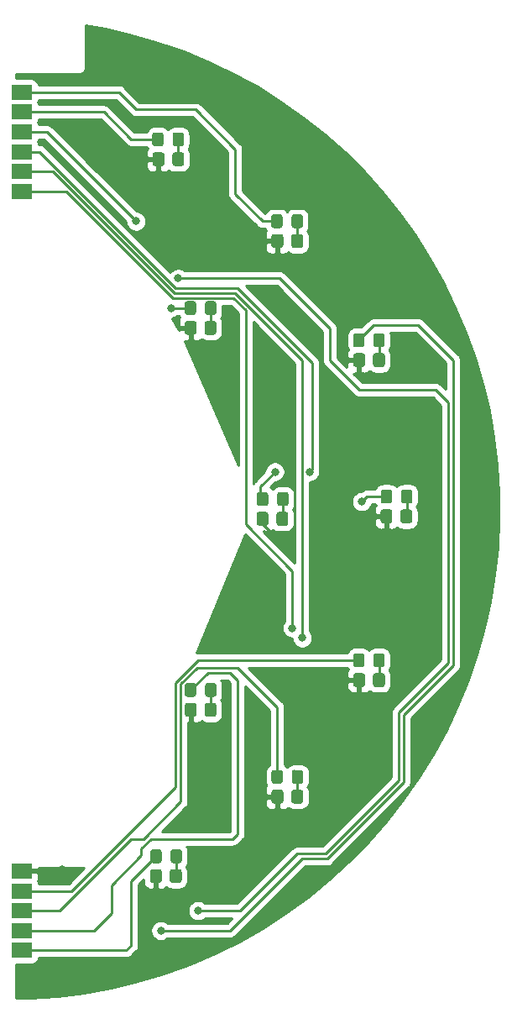
<source format=gbr>
G04 #@! TF.GenerationSoftware,KiCad,Pcbnew,5.1.10-88a1d61d58~88~ubuntu20.04.1*
G04 #@! TF.CreationDate,2021-06-07T13:22:34+01:00*
G04 #@! TF.ProjectId,wings,77696e67-732e-46b6-9963-61645f706362,rev?*
G04 #@! TF.SameCoordinates,Original*
G04 #@! TF.FileFunction,Copper,L1,Top*
G04 #@! TF.FilePolarity,Positive*
%FSLAX46Y46*%
G04 Gerber Fmt 4.6, Leading zero omitted, Abs format (unit mm)*
G04 Created by KiCad (PCBNEW 5.1.10-88a1d61d58~88~ubuntu20.04.1) date 2021-06-07 13:22:34*
%MOMM*%
%LPD*%
G01*
G04 APERTURE LIST*
G04 #@! TA.AperFunction,SMDPad,CuDef*
%ADD10R,2.000000X1.500000*%
G04 #@! TD*
G04 #@! TA.AperFunction,ViaPad*
%ADD11C,0.800000*%
G04 #@! TD*
G04 #@! TA.AperFunction,Conductor*
%ADD12C,0.250000*%
G04 #@! TD*
G04 #@! TA.AperFunction,Conductor*
%ADD13C,0.254000*%
G04 #@! TD*
G04 #@! TA.AperFunction,Conductor*
%ADD14C,0.100000*%
G04 #@! TD*
G04 APERTURE END LIST*
G04 #@! TO.P,R6,2*
G04 #@! TO.N,Net-(D6-Pad2)*
G04 #@! TA.AperFunction,SMDPad,CuDef*
G36*
G01*
X176900000Y-121950001D02*
X176900000Y-121049999D01*
G75*
G02*
X177149999Y-120800000I249999J0D01*
G01*
X177850001Y-120800000D01*
G75*
G02*
X178100000Y-121049999I0J-249999D01*
G01*
X178100000Y-121950001D01*
G75*
G02*
X177850001Y-122200000I-249999J0D01*
G01*
X177149999Y-122200000D01*
G75*
G02*
X176900000Y-121950001I0J249999D01*
G01*
G37*
G04 #@! TD.AperFunction*
G04 #@! TO.P,R6,1*
G04 #@! TO.N,+5V*
G04 #@! TA.AperFunction,SMDPad,CuDef*
G36*
G01*
X174900000Y-121950001D02*
X174900000Y-121049999D01*
G75*
G02*
X175149999Y-120800000I249999J0D01*
G01*
X175850001Y-120800000D01*
G75*
G02*
X176100000Y-121049999I0J-249999D01*
G01*
X176100000Y-121950001D01*
G75*
G02*
X175850001Y-122200000I-249999J0D01*
G01*
X175149999Y-122200000D01*
G75*
G02*
X174900000Y-121950001I0J249999D01*
G01*
G37*
G04 #@! TD.AperFunction*
G04 #@! TD*
G04 #@! TO.P,R5,2*
G04 #@! TO.N,Net-(D5-Pad2)*
G04 #@! TA.AperFunction,SMDPad,CuDef*
G36*
G01*
X185150000Y-110200001D02*
X185150000Y-109299999D01*
G75*
G02*
X185399999Y-109050000I249999J0D01*
G01*
X186100001Y-109050000D01*
G75*
G02*
X186350000Y-109299999I0J-249999D01*
G01*
X186350000Y-110200001D01*
G75*
G02*
X186100001Y-110450000I-249999J0D01*
G01*
X185399999Y-110450000D01*
G75*
G02*
X185150000Y-110200001I0J249999D01*
G01*
G37*
G04 #@! TD.AperFunction*
G04 #@! TO.P,R5,1*
G04 #@! TO.N,+5V*
G04 #@! TA.AperFunction,SMDPad,CuDef*
G36*
G01*
X183150000Y-110200001D02*
X183150000Y-109299999D01*
G75*
G02*
X183399999Y-109050000I249999J0D01*
G01*
X184100001Y-109050000D01*
G75*
G02*
X184350000Y-109299999I0J-249999D01*
G01*
X184350000Y-110200001D01*
G75*
G02*
X184100001Y-110450000I-249999J0D01*
G01*
X183399999Y-110450000D01*
G75*
G02*
X183150000Y-110200001I0J249999D01*
G01*
G37*
G04 #@! TD.AperFunction*
G04 #@! TD*
G04 #@! TO.P,R18,2*
G04 #@! TO.N,Net-(D18-Pad2)*
G04 #@! TA.AperFunction,SMDPad,CuDef*
G36*
G01*
X168150000Y-113200001D02*
X168150000Y-112299999D01*
G75*
G02*
X168399999Y-112050000I249999J0D01*
G01*
X169100001Y-112050000D01*
G75*
G02*
X169350000Y-112299999I0J-249999D01*
G01*
X169350000Y-113200001D01*
G75*
G02*
X169100001Y-113450000I-249999J0D01*
G01*
X168399999Y-113450000D01*
G75*
G02*
X168150000Y-113200001I0J249999D01*
G01*
G37*
G04 #@! TD.AperFunction*
G04 #@! TO.P,R18,1*
G04 #@! TO.N,+5V*
G04 #@! TA.AperFunction,SMDPad,CuDef*
G36*
G01*
X166150000Y-113200001D02*
X166150000Y-112299999D01*
G75*
G02*
X166399999Y-112050000I249999J0D01*
G01*
X167100001Y-112050000D01*
G75*
G02*
X167350000Y-112299999I0J-249999D01*
G01*
X167350000Y-113200001D01*
G75*
G02*
X167100001Y-113450000I-249999J0D01*
G01*
X166399999Y-113450000D01*
G75*
G02*
X166150000Y-113200001I0J249999D01*
G01*
G37*
G04 #@! TD.AperFunction*
G04 #@! TD*
G04 #@! TO.P,R4,2*
G04 #@! TO.N,Net-(D4-Pad2)*
G04 #@! TA.AperFunction,SMDPad,CuDef*
G36*
G01*
X187900000Y-93700001D02*
X187900000Y-92799999D01*
G75*
G02*
X188149999Y-92550000I249999J0D01*
G01*
X188850001Y-92550000D01*
G75*
G02*
X189100000Y-92799999I0J-249999D01*
G01*
X189100000Y-93700001D01*
G75*
G02*
X188850001Y-93950000I-249999J0D01*
G01*
X188149999Y-93950000D01*
G75*
G02*
X187900000Y-93700001I0J249999D01*
G01*
G37*
G04 #@! TD.AperFunction*
G04 #@! TO.P,R4,1*
G04 #@! TO.N,+5V*
G04 #@! TA.AperFunction,SMDPad,CuDef*
G36*
G01*
X185900000Y-93700001D02*
X185900000Y-92799999D01*
G75*
G02*
X186149999Y-92550000I249999J0D01*
G01*
X186850001Y-92550000D01*
G75*
G02*
X187100000Y-92799999I0J-249999D01*
G01*
X187100000Y-93700001D01*
G75*
G02*
X186850001Y-93950000I-249999J0D01*
G01*
X186149999Y-93950000D01*
G75*
G02*
X185900000Y-93700001I0J249999D01*
G01*
G37*
G04 #@! TD.AperFunction*
G04 #@! TD*
G04 #@! TO.P,R17,2*
G04 #@! TO.N,Net-(D17-Pad2)*
G04 #@! TA.AperFunction,SMDPad,CuDef*
G36*
G01*
X175400000Y-93950001D02*
X175400000Y-93049999D01*
G75*
G02*
X175649999Y-92800000I249999J0D01*
G01*
X176350001Y-92800000D01*
G75*
G02*
X176600000Y-93049999I0J-249999D01*
G01*
X176600000Y-93950001D01*
G75*
G02*
X176350001Y-94200000I-249999J0D01*
G01*
X175649999Y-94200000D01*
G75*
G02*
X175400000Y-93950001I0J249999D01*
G01*
G37*
G04 #@! TD.AperFunction*
G04 #@! TO.P,R17,1*
G04 #@! TO.N,+5V*
G04 #@! TA.AperFunction,SMDPad,CuDef*
G36*
G01*
X173400000Y-93950001D02*
X173400000Y-93049999D01*
G75*
G02*
X173649999Y-92800000I249999J0D01*
G01*
X174350001Y-92800000D01*
G75*
G02*
X174600000Y-93049999I0J-249999D01*
G01*
X174600000Y-93950001D01*
G75*
G02*
X174350001Y-94200000I-249999J0D01*
G01*
X173649999Y-94200000D01*
G75*
G02*
X173400000Y-93950001I0J249999D01*
G01*
G37*
G04 #@! TD.AperFunction*
G04 #@! TD*
G04 #@! TO.P,R3,2*
G04 #@! TO.N,Net-(D3-Pad2)*
G04 #@! TA.AperFunction,SMDPad,CuDef*
G36*
G01*
X185150000Y-77950001D02*
X185150000Y-77049999D01*
G75*
G02*
X185399999Y-76800000I249999J0D01*
G01*
X186100001Y-76800000D01*
G75*
G02*
X186350000Y-77049999I0J-249999D01*
G01*
X186350000Y-77950001D01*
G75*
G02*
X186100001Y-78200000I-249999J0D01*
G01*
X185399999Y-78200000D01*
G75*
G02*
X185150000Y-77950001I0J249999D01*
G01*
G37*
G04 #@! TD.AperFunction*
G04 #@! TO.P,R3,1*
G04 #@! TO.N,+5V*
G04 #@! TA.AperFunction,SMDPad,CuDef*
G36*
G01*
X183150000Y-77950001D02*
X183150000Y-77049999D01*
G75*
G02*
X183399999Y-76800000I249999J0D01*
G01*
X184100001Y-76800000D01*
G75*
G02*
X184350000Y-77049999I0J-249999D01*
G01*
X184350000Y-77950001D01*
G75*
G02*
X184100001Y-78200000I-249999J0D01*
G01*
X183399999Y-78200000D01*
G75*
G02*
X183150000Y-77950001I0J249999D01*
G01*
G37*
G04 #@! TD.AperFunction*
G04 #@! TD*
G04 #@! TO.P,R16,2*
G04 #@! TO.N,Net-(D16-Pad2)*
G04 #@! TA.AperFunction,SMDPad,CuDef*
G36*
G01*
X168150000Y-74700001D02*
X168150000Y-73799999D01*
G75*
G02*
X168399999Y-73550000I249999J0D01*
G01*
X169100001Y-73550000D01*
G75*
G02*
X169350000Y-73799999I0J-249999D01*
G01*
X169350000Y-74700001D01*
G75*
G02*
X169100001Y-74950000I-249999J0D01*
G01*
X168399999Y-74950000D01*
G75*
G02*
X168150000Y-74700001I0J249999D01*
G01*
G37*
G04 #@! TD.AperFunction*
G04 #@! TO.P,R16,1*
G04 #@! TO.N,+5V*
G04 #@! TA.AperFunction,SMDPad,CuDef*
G36*
G01*
X166150000Y-74700001D02*
X166150000Y-73799999D01*
G75*
G02*
X166399999Y-73550000I249999J0D01*
G01*
X167100001Y-73550000D01*
G75*
G02*
X167350000Y-73799999I0J-249999D01*
G01*
X167350000Y-74700001D01*
G75*
G02*
X167100001Y-74950000I-249999J0D01*
G01*
X166399999Y-74950000D01*
G75*
G02*
X166150000Y-74700001I0J249999D01*
G01*
G37*
G04 #@! TD.AperFunction*
G04 #@! TD*
G04 #@! TO.P,R2,2*
G04 #@! TO.N,Net-(D2-Pad2)*
G04 #@! TA.AperFunction,SMDPad,CuDef*
G36*
G01*
X176900000Y-65950001D02*
X176900000Y-65049999D01*
G75*
G02*
X177149999Y-64800000I249999J0D01*
G01*
X177850001Y-64800000D01*
G75*
G02*
X178100000Y-65049999I0J-249999D01*
G01*
X178100000Y-65950001D01*
G75*
G02*
X177850001Y-66200000I-249999J0D01*
G01*
X177149999Y-66200000D01*
G75*
G02*
X176900000Y-65950001I0J249999D01*
G01*
G37*
G04 #@! TD.AperFunction*
G04 #@! TO.P,R2,1*
G04 #@! TO.N,+5V*
G04 #@! TA.AperFunction,SMDPad,CuDef*
G36*
G01*
X174900000Y-65950001D02*
X174900000Y-65049999D01*
G75*
G02*
X175149999Y-64800000I249999J0D01*
G01*
X175850001Y-64800000D01*
G75*
G02*
X176100000Y-65049999I0J-249999D01*
G01*
X176100000Y-65950001D01*
G75*
G02*
X175850001Y-66200000I-249999J0D01*
G01*
X175149999Y-66200000D01*
G75*
G02*
X174900000Y-65950001I0J249999D01*
G01*
G37*
G04 #@! TD.AperFunction*
G04 #@! TD*
G04 #@! TO.P,R1,2*
G04 #@! TO.N,Net-(D1-Pad2)*
G04 #@! TA.AperFunction,SMDPad,CuDef*
G36*
G01*
X164900000Y-57700001D02*
X164900000Y-56799999D01*
G75*
G02*
X165149999Y-56550000I249999J0D01*
G01*
X165850001Y-56550000D01*
G75*
G02*
X166100000Y-56799999I0J-249999D01*
G01*
X166100000Y-57700001D01*
G75*
G02*
X165850001Y-57950000I-249999J0D01*
G01*
X165149999Y-57950000D01*
G75*
G02*
X164900000Y-57700001I0J249999D01*
G01*
G37*
G04 #@! TD.AperFunction*
G04 #@! TO.P,R1,1*
G04 #@! TO.N,+5V*
G04 #@! TA.AperFunction,SMDPad,CuDef*
G36*
G01*
X162900000Y-57700001D02*
X162900000Y-56799999D01*
G75*
G02*
X163149999Y-56550000I249999J0D01*
G01*
X163850001Y-56550000D01*
G75*
G02*
X164100000Y-56799999I0J-249999D01*
G01*
X164100000Y-57700001D01*
G75*
G02*
X163850001Y-57950000I-249999J0D01*
G01*
X163149999Y-57950000D01*
G75*
G02*
X162900000Y-57700001I0J249999D01*
G01*
G37*
G04 #@! TD.AperFunction*
G04 #@! TD*
G04 #@! TO.P,R7,2*
G04 #@! TO.N,Net-(D7-Pad2)*
G04 #@! TA.AperFunction,SMDPad,CuDef*
G36*
G01*
X164650000Y-129950001D02*
X164650000Y-129049999D01*
G75*
G02*
X164899999Y-128800000I249999J0D01*
G01*
X165600001Y-128800000D01*
G75*
G02*
X165850000Y-129049999I0J-249999D01*
G01*
X165850000Y-129950001D01*
G75*
G02*
X165600001Y-130200000I-249999J0D01*
G01*
X164899999Y-130200000D01*
G75*
G02*
X164650000Y-129950001I0J249999D01*
G01*
G37*
G04 #@! TD.AperFunction*
G04 #@! TO.P,R7,1*
G04 #@! TO.N,+5V*
G04 #@! TA.AperFunction,SMDPad,CuDef*
G36*
G01*
X162650000Y-129950001D02*
X162650000Y-129049999D01*
G75*
G02*
X162899999Y-128800000I249999J0D01*
G01*
X163600001Y-128800000D01*
G75*
G02*
X163850000Y-129049999I0J-249999D01*
G01*
X163850000Y-129950001D01*
G75*
G02*
X163600001Y-130200000I-249999J0D01*
G01*
X162899999Y-130200000D01*
G75*
G02*
X162650000Y-129950001I0J249999D01*
G01*
G37*
G04 #@! TD.AperFunction*
G04 #@! TD*
D10*
G04 #@! TO.P,J3,5*
G04 #@! TO.N,LED7*
X149750000Y-137000000D03*
G04 #@! TO.P,J3,4*
G04 #@! TO.N,LED18*
X149750000Y-135000000D03*
G04 #@! TO.P,J3,3*
G04 #@! TO.N,LED6*
X149750000Y-133000000D03*
G04 #@! TO.P,J3,2*
G04 #@! TO.N,LED5*
X149750000Y-131000000D03*
G04 #@! TO.P,J3,1*
G04 #@! TO.N,+5V*
X149750000Y-129000000D03*
G04 #@! TD*
G04 #@! TO.P,J2,6*
G04 #@! TO.N,LED10*
X149750000Y-60500000D03*
G04 #@! TO.P,J2,5*
G04 #@! TO.N,LED19*
X149750000Y-58500000D03*
G04 #@! TO.P,J2,4*
G04 #@! TO.N,LED20*
X149750000Y-56500000D03*
G04 #@! TO.P,J2,3*
G04 #@! TO.N,LED21*
X149750000Y-54500000D03*
G04 #@! TO.P,J2,2*
G04 #@! TO.N,LED1*
X149750000Y-52500000D03*
G04 #@! TO.P,J2,1*
G04 #@! TO.N,LED2*
X149750000Y-50500000D03*
G04 #@! TD*
G04 #@! TO.P,D6,2*
G04 #@! TO.N,Net-(D6-Pad2)*
G04 #@! TA.AperFunction,SMDPad,CuDef*
G36*
G01*
X176950000Y-119950001D02*
X176950000Y-119049999D01*
G75*
G02*
X177199999Y-118800000I249999J0D01*
G01*
X177850001Y-118800000D01*
G75*
G02*
X178100000Y-119049999I0J-249999D01*
G01*
X178100000Y-119950001D01*
G75*
G02*
X177850001Y-120200000I-249999J0D01*
G01*
X177199999Y-120200000D01*
G75*
G02*
X176950000Y-119950001I0J249999D01*
G01*
G37*
G04 #@! TD.AperFunction*
G04 #@! TO.P,D6,1*
G04 #@! TO.N,LED6*
G04 #@! TA.AperFunction,SMDPad,CuDef*
G36*
G01*
X174900000Y-119950001D02*
X174900000Y-119049999D01*
G75*
G02*
X175149999Y-118800000I249999J0D01*
G01*
X175800001Y-118800000D01*
G75*
G02*
X176050000Y-119049999I0J-249999D01*
G01*
X176050000Y-119950001D01*
G75*
G02*
X175800001Y-120200000I-249999J0D01*
G01*
X175149999Y-120200000D01*
G75*
G02*
X174900000Y-119950001I0J249999D01*
G01*
G37*
G04 #@! TD.AperFunction*
G04 #@! TD*
G04 #@! TO.P,D5,2*
G04 #@! TO.N,Net-(D5-Pad2)*
G04 #@! TA.AperFunction,SMDPad,CuDef*
G36*
G01*
X185175000Y-108200001D02*
X185175000Y-107299999D01*
G75*
G02*
X185424999Y-107050000I249999J0D01*
G01*
X186075001Y-107050000D01*
G75*
G02*
X186325000Y-107299999I0J-249999D01*
G01*
X186325000Y-108200001D01*
G75*
G02*
X186075001Y-108450000I-249999J0D01*
G01*
X185424999Y-108450000D01*
G75*
G02*
X185175000Y-108200001I0J249999D01*
G01*
G37*
G04 #@! TD.AperFunction*
G04 #@! TO.P,D5,1*
G04 #@! TO.N,LED5*
G04 #@! TA.AperFunction,SMDPad,CuDef*
G36*
G01*
X183125000Y-108200001D02*
X183125000Y-107299999D01*
G75*
G02*
X183374999Y-107050000I249999J0D01*
G01*
X184025001Y-107050000D01*
G75*
G02*
X184275000Y-107299999I0J-249999D01*
G01*
X184275000Y-108200001D01*
G75*
G02*
X184025001Y-108450000I-249999J0D01*
G01*
X183374999Y-108450000D01*
G75*
G02*
X183125000Y-108200001I0J249999D01*
G01*
G37*
G04 #@! TD.AperFunction*
G04 #@! TD*
G04 #@! TO.P,D18,2*
G04 #@! TO.N,Net-(D18-Pad2)*
G04 #@! TA.AperFunction,SMDPad,CuDef*
G36*
G01*
X168200000Y-111200001D02*
X168200000Y-110299999D01*
G75*
G02*
X168449999Y-110050000I249999J0D01*
G01*
X169100001Y-110050000D01*
G75*
G02*
X169350000Y-110299999I0J-249999D01*
G01*
X169350000Y-111200001D01*
G75*
G02*
X169100001Y-111450000I-249999J0D01*
G01*
X168449999Y-111450000D01*
G75*
G02*
X168200000Y-111200001I0J249999D01*
G01*
G37*
G04 #@! TD.AperFunction*
G04 #@! TO.P,D18,1*
G04 #@! TO.N,LED18*
G04 #@! TA.AperFunction,SMDPad,CuDef*
G36*
G01*
X166150000Y-111200001D02*
X166150000Y-110299999D01*
G75*
G02*
X166399999Y-110050000I249999J0D01*
G01*
X167050001Y-110050000D01*
G75*
G02*
X167300000Y-110299999I0J-249999D01*
G01*
X167300000Y-111200001D01*
G75*
G02*
X167050001Y-111450000I-249999J0D01*
G01*
X166399999Y-111450000D01*
G75*
G02*
X166150000Y-111200001I0J249999D01*
G01*
G37*
G04 #@! TD.AperFunction*
G04 #@! TD*
G04 #@! TO.P,D4,2*
G04 #@! TO.N,Net-(D4-Pad2)*
G04 #@! TA.AperFunction,SMDPad,CuDef*
G36*
G01*
X187975000Y-91700001D02*
X187975000Y-90799999D01*
G75*
G02*
X188224999Y-90550000I249999J0D01*
G01*
X188875001Y-90550000D01*
G75*
G02*
X189125000Y-90799999I0J-249999D01*
G01*
X189125000Y-91700001D01*
G75*
G02*
X188875001Y-91950000I-249999J0D01*
G01*
X188224999Y-91950000D01*
G75*
G02*
X187975000Y-91700001I0J249999D01*
G01*
G37*
G04 #@! TD.AperFunction*
G04 #@! TO.P,D4,1*
G04 #@! TO.N,LED4*
G04 #@! TA.AperFunction,SMDPad,CuDef*
G36*
G01*
X185925000Y-91700001D02*
X185925000Y-90799999D01*
G75*
G02*
X186174999Y-90550000I249999J0D01*
G01*
X186825001Y-90550000D01*
G75*
G02*
X187075000Y-90799999I0J-249999D01*
G01*
X187075000Y-91700001D01*
G75*
G02*
X186825001Y-91950000I-249999J0D01*
G01*
X186174999Y-91950000D01*
G75*
G02*
X185925000Y-91700001I0J249999D01*
G01*
G37*
G04 #@! TD.AperFunction*
G04 #@! TD*
G04 #@! TO.P,D17,2*
G04 #@! TO.N,Net-(D17-Pad2)*
G04 #@! TA.AperFunction,SMDPad,CuDef*
G36*
G01*
X175475000Y-91950001D02*
X175475000Y-91049999D01*
G75*
G02*
X175724999Y-90800000I249999J0D01*
G01*
X176375001Y-90800000D01*
G75*
G02*
X176625000Y-91049999I0J-249999D01*
G01*
X176625000Y-91950001D01*
G75*
G02*
X176375001Y-92200000I-249999J0D01*
G01*
X175724999Y-92200000D01*
G75*
G02*
X175475000Y-91950001I0J249999D01*
G01*
G37*
G04 #@! TD.AperFunction*
G04 #@! TO.P,D17,1*
G04 #@! TO.N,LED17*
G04 #@! TA.AperFunction,SMDPad,CuDef*
G36*
G01*
X173425000Y-91950001D02*
X173425000Y-91049999D01*
G75*
G02*
X173674999Y-90800000I249999J0D01*
G01*
X174325001Y-90800000D01*
G75*
G02*
X174575000Y-91049999I0J-249999D01*
G01*
X174575000Y-91950001D01*
G75*
G02*
X174325001Y-92200000I-249999J0D01*
G01*
X173674999Y-92200000D01*
G75*
G02*
X173425000Y-91950001I0J249999D01*
G01*
G37*
G04 #@! TD.AperFunction*
G04 #@! TD*
G04 #@! TO.P,D3,2*
G04 #@! TO.N,Net-(D3-Pad2)*
G04 #@! TA.AperFunction,SMDPad,CuDef*
G36*
G01*
X185175000Y-75950001D02*
X185175000Y-75049999D01*
G75*
G02*
X185424999Y-74800000I249999J0D01*
G01*
X186075001Y-74800000D01*
G75*
G02*
X186325000Y-75049999I0J-249999D01*
G01*
X186325000Y-75950001D01*
G75*
G02*
X186075001Y-76200000I-249999J0D01*
G01*
X185424999Y-76200000D01*
G75*
G02*
X185175000Y-75950001I0J249999D01*
G01*
G37*
G04 #@! TD.AperFunction*
G04 #@! TO.P,D3,1*
G04 #@! TO.N,LED3*
G04 #@! TA.AperFunction,SMDPad,CuDef*
G36*
G01*
X183125000Y-75950001D02*
X183125000Y-75049999D01*
G75*
G02*
X183374999Y-74800000I249999J0D01*
G01*
X184025001Y-74800000D01*
G75*
G02*
X184275000Y-75049999I0J-249999D01*
G01*
X184275000Y-75950001D01*
G75*
G02*
X184025001Y-76200000I-249999J0D01*
G01*
X183374999Y-76200000D01*
G75*
G02*
X183125000Y-75950001I0J249999D01*
G01*
G37*
G04 #@! TD.AperFunction*
G04 #@! TD*
G04 #@! TO.P,D16,2*
G04 #@! TO.N,Net-(D16-Pad2)*
G04 #@! TA.AperFunction,SMDPad,CuDef*
G36*
G01*
X168200000Y-72700001D02*
X168200000Y-71799999D01*
G75*
G02*
X168449999Y-71550000I249999J0D01*
G01*
X169100001Y-71550000D01*
G75*
G02*
X169350000Y-71799999I0J-249999D01*
G01*
X169350000Y-72700001D01*
G75*
G02*
X169100001Y-72950000I-249999J0D01*
G01*
X168449999Y-72950000D01*
G75*
G02*
X168200000Y-72700001I0J249999D01*
G01*
G37*
G04 #@! TD.AperFunction*
G04 #@! TO.P,D16,1*
G04 #@! TO.N,LED16*
G04 #@! TA.AperFunction,SMDPad,CuDef*
G36*
G01*
X166150000Y-72700001D02*
X166150000Y-71799999D01*
G75*
G02*
X166399999Y-71550000I249999J0D01*
G01*
X167050001Y-71550000D01*
G75*
G02*
X167300000Y-71799999I0J-249999D01*
G01*
X167300000Y-72700001D01*
G75*
G02*
X167050001Y-72950000I-249999J0D01*
G01*
X166399999Y-72950000D01*
G75*
G02*
X166150000Y-72700001I0J249999D01*
G01*
G37*
G04 #@! TD.AperFunction*
G04 #@! TD*
G04 #@! TO.P,D2,2*
G04 #@! TO.N,Net-(D2-Pad2)*
G04 #@! TA.AperFunction,SMDPad,CuDef*
G36*
G01*
X176925000Y-63950001D02*
X176925000Y-63049999D01*
G75*
G02*
X177174999Y-62800000I249999J0D01*
G01*
X177825001Y-62800000D01*
G75*
G02*
X178075000Y-63049999I0J-249999D01*
G01*
X178075000Y-63950001D01*
G75*
G02*
X177825001Y-64200000I-249999J0D01*
G01*
X177174999Y-64200000D01*
G75*
G02*
X176925000Y-63950001I0J249999D01*
G01*
G37*
G04 #@! TD.AperFunction*
G04 #@! TO.P,D2,1*
G04 #@! TO.N,LED2*
G04 #@! TA.AperFunction,SMDPad,CuDef*
G36*
G01*
X174875000Y-63950001D02*
X174875000Y-63049999D01*
G75*
G02*
X175124999Y-62800000I249999J0D01*
G01*
X175775001Y-62800000D01*
G75*
G02*
X176025000Y-63049999I0J-249999D01*
G01*
X176025000Y-63950001D01*
G75*
G02*
X175775001Y-64200000I-249999J0D01*
G01*
X175124999Y-64200000D01*
G75*
G02*
X174875000Y-63950001I0J249999D01*
G01*
G37*
G04 #@! TD.AperFunction*
G04 #@! TD*
G04 #@! TO.P,D1,2*
G04 #@! TO.N,Net-(D1-Pad2)*
G04 #@! TA.AperFunction,SMDPad,CuDef*
G36*
G01*
X164925000Y-55700001D02*
X164925000Y-54799999D01*
G75*
G02*
X165174999Y-54550000I249999J0D01*
G01*
X165825001Y-54550000D01*
G75*
G02*
X166075000Y-54799999I0J-249999D01*
G01*
X166075000Y-55700001D01*
G75*
G02*
X165825001Y-55950000I-249999J0D01*
G01*
X165174999Y-55950000D01*
G75*
G02*
X164925000Y-55700001I0J249999D01*
G01*
G37*
G04 #@! TD.AperFunction*
G04 #@! TO.P,D1,1*
G04 #@! TO.N,LED1*
G04 #@! TA.AperFunction,SMDPad,CuDef*
G36*
G01*
X162875000Y-55700001D02*
X162875000Y-54799999D01*
G75*
G02*
X163124999Y-54550000I249999J0D01*
G01*
X163775001Y-54550000D01*
G75*
G02*
X164025000Y-54799999I0J-249999D01*
G01*
X164025000Y-55700001D01*
G75*
G02*
X163775001Y-55950000I-249999J0D01*
G01*
X163124999Y-55950000D01*
G75*
G02*
X162875000Y-55700001I0J249999D01*
G01*
G37*
G04 #@! TD.AperFunction*
G04 #@! TD*
G04 #@! TO.P,D7,2*
G04 #@! TO.N,Net-(D7-Pad2)*
G04 #@! TA.AperFunction,SMDPad,CuDef*
G36*
G01*
X164725000Y-127950001D02*
X164725000Y-127049999D01*
G75*
G02*
X164974999Y-126800000I249999J0D01*
G01*
X165625001Y-126800000D01*
G75*
G02*
X165875000Y-127049999I0J-249999D01*
G01*
X165875000Y-127950001D01*
G75*
G02*
X165625001Y-128200000I-249999J0D01*
G01*
X164974999Y-128200000D01*
G75*
G02*
X164725000Y-127950001I0J249999D01*
G01*
G37*
G04 #@! TD.AperFunction*
G04 #@! TO.P,D7,1*
G04 #@! TO.N,LED7*
G04 #@! TA.AperFunction,SMDPad,CuDef*
G36*
G01*
X162675000Y-127950001D02*
X162675000Y-127049999D01*
G75*
G02*
X162924999Y-126800000I249999J0D01*
G01*
X163575001Y-126800000D01*
G75*
G02*
X163825000Y-127049999I0J-249999D01*
G01*
X163825000Y-127950001D01*
G75*
G02*
X163575001Y-128200000I-249999J0D01*
G01*
X162924999Y-128200000D01*
G75*
G02*
X162675000Y-127950001I0J249999D01*
G01*
G37*
G04 #@! TD.AperFunction*
G04 #@! TD*
D11*
G04 #@! TO.N,LED20*
X178750000Y-88750000D03*
G04 #@! TO.N,LED21*
X161250000Y-63500000D03*
G04 #@! TO.N,LED10*
X177000000Y-104500000D03*
G04 #@! TO.N,LED16*
X167500000Y-133000000D03*
X165500000Y-69250000D03*
X164750000Y-72250000D03*
G04 #@! TO.N,LED3*
X163750000Y-135000000D03*
G04 #@! TO.N,LED17*
X175250000Y-88750000D03*
G04 #@! TO.N,LED4*
X184000000Y-91750000D03*
G04 #@! TO.N,LED19*
X178000000Y-105500000D03*
G04 #@! TO.N,+5V*
X168500000Y-116750000D03*
X190000000Y-77750000D03*
X183200000Y-112600000D03*
X153800000Y-128800000D03*
X173400000Y-115800000D03*
X177600000Y-131400000D03*
X169600000Y-78200000D03*
X166600000Y-59600000D03*
X176400000Y-96400000D03*
X162400000Y-131800000D03*
X188600000Y-82400000D03*
X181200000Y-81800000D03*
G04 #@! TD*
D12*
G04 #@! TO.N,Net-(D1-Pad2)*
X165500000Y-55250000D02*
X165500000Y-57250000D01*
G04 #@! TO.N,LED7*
X150250000Y-137000000D02*
X160250000Y-137000000D01*
X160250000Y-137000000D02*
X160750000Y-136500000D01*
X160750000Y-130000000D02*
X163250000Y-127500000D01*
X160750000Y-136500000D02*
X160750000Y-130000000D01*
G04 #@! TO.N,Net-(D2-Pad2)*
X177500000Y-63500000D02*
X177500000Y-65500000D01*
G04 #@! TO.N,Net-(D3-Pad2)*
X185750000Y-75500000D02*
X185750000Y-77500000D01*
G04 #@! TO.N,LED20*
X151500000Y-56500000D02*
X165250000Y-70250000D01*
X150250000Y-56500000D02*
X151500000Y-56500000D01*
X165250000Y-70250000D02*
X171500000Y-70250000D01*
X171500000Y-70250000D02*
X179000000Y-77750000D01*
X179000000Y-88500000D02*
X178750000Y-88750000D01*
X179000000Y-77750000D02*
X179000000Y-88500000D01*
G04 #@! TO.N,Net-(D4-Pad2)*
X188550000Y-93200000D02*
X188500000Y-93250000D01*
X188550000Y-91250000D02*
X188550000Y-93200000D01*
G04 #@! TO.N,LED1*
X150250000Y-52500000D02*
X158000000Y-52500000D01*
X160750000Y-55250000D02*
X163450000Y-55250000D01*
X158000000Y-52500000D02*
X160750000Y-55250000D01*
G04 #@! TO.N,Net-(D5-Pad2)*
X185750000Y-107750000D02*
X185750000Y-109750000D01*
G04 #@! TO.N,Net-(D6-Pad2)*
X177525000Y-121475000D02*
X177500000Y-121500000D01*
X177525000Y-119500000D02*
X177525000Y-121475000D01*
G04 #@! TO.N,Net-(D7-Pad2)*
X165300000Y-129450000D02*
X165250000Y-129500000D01*
X165300000Y-127500000D02*
X165300000Y-129450000D01*
G04 #@! TO.N,LED21*
X152250000Y-54500000D02*
X161250000Y-63500000D01*
X150250000Y-54500000D02*
X152250000Y-54500000D01*
G04 #@! TO.N,LED2*
X150250000Y-50500000D02*
X159500000Y-50500000D01*
X159500000Y-50500000D02*
X161250000Y-52250000D01*
X161250000Y-52250000D02*
X167250000Y-52250000D01*
X167250000Y-52250000D02*
X171250000Y-56250000D01*
X171250000Y-56250000D02*
X171250000Y-60750000D01*
X174000000Y-63500000D02*
X175450000Y-63500000D01*
X171250000Y-60750000D02*
X174000000Y-63500000D01*
G04 #@! TO.N,LED10*
X150250000Y-60500000D02*
X154227180Y-60500000D01*
X164952170Y-71224990D02*
X171088580Y-71224990D01*
X154227180Y-60500000D02*
X164952170Y-71224990D01*
X171088580Y-71224990D02*
X172299990Y-72436400D01*
X172299990Y-72436400D02*
X172299990Y-94049990D01*
X177000000Y-98750000D02*
X177000000Y-104500000D01*
X172299990Y-94049990D02*
X177000000Y-98750000D01*
G04 #@! TO.N,LED16*
X164750000Y-72250000D02*
X166725000Y-72250000D01*
X180800000Y-74300000D02*
X175750000Y-69250000D01*
X180800000Y-77550000D02*
X180800000Y-74300000D01*
X187750000Y-113000000D02*
X192750000Y-108000000D01*
X183750000Y-80500000D02*
X180800000Y-77550000D01*
X191500000Y-80500000D02*
X183750000Y-80500000D01*
X192750000Y-81750000D02*
X191500000Y-80500000D01*
X187750000Y-119863590D02*
X187750000Y-113000000D01*
X180363590Y-127250000D02*
X187750000Y-119863590D01*
X192750000Y-108000000D02*
X192750000Y-81750000D01*
X177500000Y-127250000D02*
X180363590Y-127250000D01*
X175750000Y-69250000D02*
X165500000Y-69250000D01*
X171750000Y-133000000D02*
X177500000Y-127250000D01*
X167500000Y-133000000D02*
X171750000Y-133000000D01*
G04 #@! TO.N,LED3*
X170750000Y-135000000D02*
X163750000Y-135000000D01*
X180500000Y-127750000D02*
X178000000Y-127750000D01*
X188250000Y-120000000D02*
X180500000Y-127750000D01*
X193250000Y-108250000D02*
X188250000Y-113250000D01*
X178000000Y-127750000D02*
X170750000Y-135000000D01*
X193250000Y-77500000D02*
X193250000Y-108250000D01*
X189725000Y-73975000D02*
X193250000Y-77500000D01*
X188250000Y-113250000D02*
X188250000Y-120000000D01*
X185225000Y-73975000D02*
X189725000Y-73975000D01*
X183700000Y-75500000D02*
X185225000Y-73975000D01*
G04 #@! TO.N,LED17*
X175250000Y-88750000D02*
X173750000Y-90250000D01*
X173750000Y-91250000D02*
X174000000Y-91500000D01*
X173750000Y-90250000D02*
X173750000Y-91250000D01*
G04 #@! TO.N,LED4*
X184000000Y-91750000D02*
X184500000Y-91250000D01*
X184500000Y-91250000D02*
X186500000Y-91250000D01*
G04 #@! TO.N,Net-(D16-Pad2)*
X168775000Y-74225000D02*
X168750000Y-74250000D01*
X168775000Y-72250000D02*
X168775000Y-74225000D01*
G04 #@! TO.N,LED18*
X168475000Y-109000000D02*
X166725000Y-110750000D01*
X170750000Y-109000000D02*
X168475000Y-109000000D01*
X171500000Y-109750000D02*
X170750000Y-109000000D01*
X171500000Y-125250000D02*
X171500000Y-109750000D01*
X171000000Y-125750000D02*
X171500000Y-125250000D01*
X162750000Y-125750000D02*
X171000000Y-125750000D01*
X161750000Y-127411810D02*
X161750000Y-126750000D01*
X158750000Y-130411810D02*
X161750000Y-127411810D01*
X158750000Y-133250000D02*
X158750000Y-130411810D01*
X157000000Y-135000000D02*
X158750000Y-133250000D01*
X161750000Y-126750000D02*
X162750000Y-125750000D01*
X150250000Y-135000000D02*
X157000000Y-135000000D01*
G04 #@! TO.N,Net-(D17-Pad2)*
X176050000Y-93450000D02*
X176000000Y-93500000D01*
X176050000Y-91500000D02*
X176050000Y-93450000D01*
G04 #@! TO.N,LED5*
X167500000Y-107750000D02*
X183125000Y-107750000D01*
X165250000Y-110000000D02*
X167500000Y-107750000D01*
X165250000Y-120500000D02*
X165250000Y-110000000D01*
X154750000Y-131000000D02*
X165250000Y-120500000D01*
X183125000Y-107750000D02*
X183700000Y-107750000D01*
X150250000Y-131000000D02*
X154750000Y-131000000D01*
G04 #@! TO.N,Net-(D18-Pad2)*
X168775000Y-112725000D02*
X168750000Y-112750000D01*
X168775000Y-110750000D02*
X168775000Y-112725000D01*
G04 #@! TO.N,LED19*
X152863590Y-58500000D02*
X165113590Y-70750000D01*
X150250000Y-58500000D02*
X152863590Y-58500000D01*
X165113590Y-70750000D02*
X171250000Y-70750000D01*
X178024999Y-77524999D02*
X178024999Y-100725001D01*
X171250000Y-70750000D02*
X178024999Y-77524999D01*
X178000000Y-100750000D02*
X178000000Y-105500000D01*
X178024999Y-100725001D02*
X178000000Y-100750000D01*
G04 #@! TO.N,LED6*
X175475000Y-112475000D02*
X175475000Y-118800000D01*
X171500000Y-108500000D02*
X175475000Y-112475000D01*
X162000000Y-125750000D02*
X165750000Y-122000000D01*
X167386410Y-108500000D02*
X171500000Y-108500000D01*
X153500000Y-133000000D02*
X160750000Y-125750000D01*
X150250000Y-133000000D02*
X153500000Y-133000000D01*
X160750000Y-125750000D02*
X162000000Y-125750000D01*
X165750000Y-122000000D02*
X165750000Y-110136410D01*
X175475000Y-118800000D02*
X175475000Y-119500000D01*
X165750000Y-110136410D02*
X167386410Y-108500000D01*
G04 #@! TO.N,+5V*
X174000000Y-93500000D02*
X174000000Y-94000000D01*
X174525010Y-94525010D02*
X176400000Y-96400000D01*
X174000000Y-94000000D02*
X174525010Y-94525010D01*
G04 #@! TD*
D13*
G04 #@! TO.N,+5V*
X158124919Y-44108150D02*
X160811204Y-44720878D01*
X163459127Y-45482613D01*
X166060362Y-46390957D01*
X168606876Y-47443106D01*
X171090665Y-48635754D01*
X173504011Y-49965194D01*
X175839373Y-51427273D01*
X178089501Y-53017452D01*
X180247322Y-54730730D01*
X182306169Y-56561815D01*
X184259566Y-58504947D01*
X186101467Y-60554109D01*
X187826111Y-62702899D01*
X189428108Y-64944597D01*
X190902481Y-67272241D01*
X192244611Y-69678536D01*
X193450341Y-72156031D01*
X194515881Y-74696942D01*
X195437920Y-77293360D01*
X196213594Y-79937229D01*
X196840469Y-82620258D01*
X197316596Y-85334097D01*
X197640491Y-88070287D01*
X197811143Y-90820287D01*
X197828019Y-93575543D01*
X197691067Y-96327418D01*
X197400714Y-99067374D01*
X196957866Y-101786841D01*
X196363903Y-104477354D01*
X195620678Y-107130515D01*
X194730513Y-109738036D01*
X193696172Y-112291823D01*
X192520888Y-114783888D01*
X191208329Y-117206455D01*
X189762593Y-119551962D01*
X188188166Y-121813131D01*
X186489974Y-123982885D01*
X184673330Y-126054440D01*
X182743864Y-128021374D01*
X180707620Y-129877526D01*
X178570926Y-131617128D01*
X176340457Y-133234742D01*
X174023177Y-134725320D01*
X171626299Y-136084224D01*
X169157298Y-137307212D01*
X166623875Y-138390471D01*
X164033953Y-139330616D01*
X161395574Y-140124725D01*
X158716979Y-140770318D01*
X156006523Y-141265380D01*
X153272663Y-141608369D01*
X150521488Y-141798383D01*
X149160000Y-141826319D01*
X149160000Y-138388072D01*
X150750000Y-138388072D01*
X150874482Y-138375812D01*
X150994180Y-138339502D01*
X151104494Y-138280537D01*
X151201185Y-138201185D01*
X151280537Y-138104494D01*
X151339502Y-137994180D01*
X151375812Y-137874482D01*
X151387087Y-137760000D01*
X160212678Y-137760000D01*
X160250000Y-137763676D01*
X160287322Y-137760000D01*
X160287333Y-137760000D01*
X160398986Y-137749003D01*
X160542247Y-137705546D01*
X160674276Y-137634974D01*
X160790001Y-137540001D01*
X160813804Y-137510997D01*
X161260998Y-137063803D01*
X161290001Y-137040001D01*
X161384974Y-136924276D01*
X161455546Y-136792247D01*
X161499003Y-136648986D01*
X161510000Y-136537333D01*
X161510000Y-136537325D01*
X161513676Y-136500000D01*
X161510000Y-136462675D01*
X161510000Y-130314801D01*
X162014820Y-129809981D01*
X162011928Y-130200000D01*
X162024188Y-130324482D01*
X162060498Y-130444180D01*
X162119463Y-130554494D01*
X162198815Y-130651185D01*
X162295506Y-130730537D01*
X162405820Y-130789502D01*
X162525518Y-130825812D01*
X162650000Y-130838072D01*
X162964250Y-130835000D01*
X163123000Y-130676250D01*
X163123000Y-129627000D01*
X163103000Y-129627000D01*
X163103000Y-129373000D01*
X163123000Y-129373000D01*
X163123000Y-129353000D01*
X163377000Y-129353000D01*
X163377000Y-129373000D01*
X163397000Y-129373000D01*
X163397000Y-129627000D01*
X163377000Y-129627000D01*
X163377000Y-130676250D01*
X163535750Y-130835000D01*
X163850000Y-130838072D01*
X163974482Y-130825812D01*
X164094180Y-130789502D01*
X164204494Y-130730537D01*
X164301185Y-130651185D01*
X164325363Y-130621724D01*
X164406613Y-130688405D01*
X164560149Y-130770472D01*
X164726745Y-130821008D01*
X164899999Y-130838072D01*
X165600001Y-130838072D01*
X165773255Y-130821008D01*
X165939851Y-130770472D01*
X166093387Y-130688405D01*
X166227962Y-130577962D01*
X166338405Y-130443387D01*
X166420472Y-130289851D01*
X166471008Y-130123255D01*
X166488072Y-129950001D01*
X166488072Y-129049999D01*
X166471008Y-128876745D01*
X166420472Y-128710149D01*
X166338405Y-128556613D01*
X166304444Y-128515231D01*
X166363405Y-128443387D01*
X166445472Y-128289851D01*
X166496008Y-128123255D01*
X166513072Y-127950001D01*
X166513072Y-127049999D01*
X166496008Y-126876745D01*
X166445472Y-126710149D01*
X166363405Y-126556613D01*
X166325151Y-126510000D01*
X170962678Y-126510000D01*
X171000000Y-126513676D01*
X171037322Y-126510000D01*
X171037333Y-126510000D01*
X171148986Y-126499003D01*
X171292247Y-126455546D01*
X171424276Y-126384974D01*
X171540001Y-126290001D01*
X171563804Y-126260997D01*
X172010998Y-125813803D01*
X172040001Y-125790001D01*
X172134974Y-125674276D01*
X172205546Y-125542247D01*
X172249003Y-125398986D01*
X172260000Y-125287333D01*
X172260000Y-125287325D01*
X172263676Y-125250000D01*
X172260000Y-125212675D01*
X172260000Y-122200000D01*
X174261928Y-122200000D01*
X174274188Y-122324482D01*
X174310498Y-122444180D01*
X174369463Y-122554494D01*
X174448815Y-122651185D01*
X174545506Y-122730537D01*
X174655820Y-122789502D01*
X174775518Y-122825812D01*
X174900000Y-122838072D01*
X175214250Y-122835000D01*
X175373000Y-122676250D01*
X175373000Y-121627000D01*
X174423750Y-121627000D01*
X174265000Y-121785750D01*
X174261928Y-122200000D01*
X172260000Y-122200000D01*
X172260000Y-110334801D01*
X174715000Y-112789802D01*
X174715001Y-118280386D01*
X174656613Y-118311595D01*
X174522038Y-118422038D01*
X174411595Y-118556613D01*
X174329528Y-118710149D01*
X174278992Y-118876745D01*
X174261928Y-119049999D01*
X174261928Y-119950001D01*
X174278992Y-120123255D01*
X174329528Y-120289851D01*
X174395663Y-120413581D01*
X174369463Y-120445506D01*
X174310498Y-120555820D01*
X174274188Y-120675518D01*
X174261928Y-120800000D01*
X174265000Y-121214250D01*
X174423750Y-121373000D01*
X175373000Y-121373000D01*
X175373000Y-121353000D01*
X175627000Y-121353000D01*
X175627000Y-121373000D01*
X175647000Y-121373000D01*
X175647000Y-121627000D01*
X175627000Y-121627000D01*
X175627000Y-122676250D01*
X175785750Y-122835000D01*
X176100000Y-122838072D01*
X176224482Y-122825812D01*
X176344180Y-122789502D01*
X176454494Y-122730537D01*
X176551185Y-122651185D01*
X176575363Y-122621724D01*
X176656613Y-122688405D01*
X176810149Y-122770472D01*
X176976745Y-122821008D01*
X177149999Y-122838072D01*
X177850001Y-122838072D01*
X178023255Y-122821008D01*
X178189851Y-122770472D01*
X178343387Y-122688405D01*
X178477962Y-122577962D01*
X178588405Y-122443387D01*
X178670472Y-122289851D01*
X178721008Y-122123255D01*
X178738072Y-121950001D01*
X178738072Y-121049999D01*
X178721008Y-120876745D01*
X178670472Y-120710149D01*
X178588405Y-120556613D01*
X178541944Y-120500000D01*
X178588405Y-120443387D01*
X178670472Y-120289851D01*
X178721008Y-120123255D01*
X178738072Y-119950001D01*
X178738072Y-119049999D01*
X178721008Y-118876745D01*
X178670472Y-118710149D01*
X178588405Y-118556613D01*
X178477962Y-118422038D01*
X178343387Y-118311595D01*
X178189851Y-118229528D01*
X178023255Y-118178992D01*
X177850001Y-118161928D01*
X177199999Y-118161928D01*
X177026745Y-118178992D01*
X176860149Y-118229528D01*
X176706613Y-118311595D01*
X176572038Y-118422038D01*
X176500000Y-118509816D01*
X176427962Y-118422038D01*
X176293387Y-118311595D01*
X176235000Y-118280386D01*
X176235000Y-112512323D01*
X176238676Y-112475000D01*
X176235000Y-112437677D01*
X176235000Y-112437667D01*
X176224003Y-112326014D01*
X176180546Y-112182753D01*
X176144134Y-112114632D01*
X176109974Y-112050723D01*
X176038799Y-111963997D01*
X176015001Y-111934999D01*
X175986004Y-111911202D01*
X174524802Y-110450000D01*
X182511928Y-110450000D01*
X182524188Y-110574482D01*
X182560498Y-110694180D01*
X182619463Y-110804494D01*
X182698815Y-110901185D01*
X182795506Y-110980537D01*
X182905820Y-111039502D01*
X183025518Y-111075812D01*
X183150000Y-111088072D01*
X183464250Y-111085000D01*
X183623000Y-110926250D01*
X183623000Y-109877000D01*
X182673750Y-109877000D01*
X182515000Y-110035750D01*
X182511928Y-110450000D01*
X174524802Y-110450000D01*
X172584801Y-108510000D01*
X182545473Y-108510000D01*
X182554528Y-108539851D01*
X182630524Y-108682028D01*
X182619463Y-108695506D01*
X182560498Y-108805820D01*
X182524188Y-108925518D01*
X182511928Y-109050000D01*
X182515000Y-109464250D01*
X182673750Y-109623000D01*
X183623000Y-109623000D01*
X183623000Y-109603000D01*
X183877000Y-109603000D01*
X183877000Y-109623000D01*
X183897000Y-109623000D01*
X183897000Y-109877000D01*
X183877000Y-109877000D01*
X183877000Y-110926250D01*
X184035750Y-111085000D01*
X184350000Y-111088072D01*
X184474482Y-111075812D01*
X184594180Y-111039502D01*
X184704494Y-110980537D01*
X184801185Y-110901185D01*
X184825363Y-110871724D01*
X184906613Y-110938405D01*
X185060149Y-111020472D01*
X185226745Y-111071008D01*
X185399999Y-111088072D01*
X186100001Y-111088072D01*
X186273255Y-111071008D01*
X186439851Y-111020472D01*
X186593387Y-110938405D01*
X186727962Y-110827962D01*
X186838405Y-110693387D01*
X186920472Y-110539851D01*
X186971008Y-110373255D01*
X186988072Y-110200001D01*
X186988072Y-109299999D01*
X186971008Y-109126745D01*
X186920472Y-108960149D01*
X186838405Y-108806613D01*
X186779444Y-108734769D01*
X186813405Y-108693387D01*
X186895472Y-108539851D01*
X186946008Y-108373255D01*
X186963072Y-108200001D01*
X186963072Y-107299999D01*
X186946008Y-107126745D01*
X186895472Y-106960149D01*
X186813405Y-106806613D01*
X186702962Y-106672038D01*
X186568387Y-106561595D01*
X186414851Y-106479528D01*
X186248255Y-106428992D01*
X186075001Y-106411928D01*
X185424999Y-106411928D01*
X185251745Y-106428992D01*
X185085149Y-106479528D01*
X184931613Y-106561595D01*
X184797038Y-106672038D01*
X184725000Y-106759816D01*
X184652962Y-106672038D01*
X184518387Y-106561595D01*
X184364851Y-106479528D01*
X184198255Y-106428992D01*
X184025001Y-106411928D01*
X183374999Y-106411928D01*
X183201745Y-106428992D01*
X183035149Y-106479528D01*
X182881613Y-106561595D01*
X182747038Y-106672038D01*
X182636595Y-106806613D01*
X182554528Y-106960149D01*
X182545473Y-106990000D01*
X167537333Y-106990000D01*
X167500000Y-106986323D01*
X167462667Y-106990000D01*
X167370452Y-106999082D01*
X172234719Y-95059520D01*
X176240000Y-99064802D01*
X176240001Y-103796288D01*
X176196063Y-103840226D01*
X176082795Y-104009744D01*
X176004774Y-104198102D01*
X175965000Y-104398061D01*
X175965000Y-104601939D01*
X176004774Y-104801898D01*
X176082795Y-104990256D01*
X176196063Y-105159774D01*
X176340226Y-105303937D01*
X176509744Y-105417205D01*
X176698102Y-105495226D01*
X176898061Y-105535000D01*
X176965000Y-105535000D01*
X176965000Y-105601939D01*
X177004774Y-105801898D01*
X177082795Y-105990256D01*
X177196063Y-106159774D01*
X177340226Y-106303937D01*
X177509744Y-106417205D01*
X177698102Y-106495226D01*
X177898061Y-106535000D01*
X178101939Y-106535000D01*
X178301898Y-106495226D01*
X178490256Y-106417205D01*
X178659774Y-106303937D01*
X178803937Y-106159774D01*
X178917205Y-105990256D01*
X178995226Y-105801898D01*
X179035000Y-105601939D01*
X179035000Y-105398061D01*
X178995226Y-105198102D01*
X178917205Y-105009744D01*
X178803937Y-104840226D01*
X178760000Y-104796289D01*
X178760000Y-100920146D01*
X178774002Y-100873987D01*
X178784999Y-100762334D01*
X178784999Y-100762323D01*
X178788675Y-100725001D01*
X178784999Y-100687678D01*
X178784999Y-93950000D01*
X185261928Y-93950000D01*
X185274188Y-94074482D01*
X185310498Y-94194180D01*
X185369463Y-94304494D01*
X185448815Y-94401185D01*
X185545506Y-94480537D01*
X185655820Y-94539502D01*
X185775518Y-94575812D01*
X185900000Y-94588072D01*
X186214250Y-94585000D01*
X186373000Y-94426250D01*
X186373000Y-93377000D01*
X185423750Y-93377000D01*
X185265000Y-93535750D01*
X185261928Y-93950000D01*
X178784999Y-93950000D01*
X178784999Y-91648061D01*
X182965000Y-91648061D01*
X182965000Y-91851939D01*
X183004774Y-92051898D01*
X183082795Y-92240256D01*
X183196063Y-92409774D01*
X183340226Y-92553937D01*
X183509744Y-92667205D01*
X183698102Y-92745226D01*
X183898061Y-92785000D01*
X184101939Y-92785000D01*
X184301898Y-92745226D01*
X184490256Y-92667205D01*
X184659774Y-92553937D01*
X184803937Y-92409774D01*
X184917205Y-92240256D01*
X184995226Y-92051898D01*
X185003560Y-92010000D01*
X185345473Y-92010000D01*
X185354528Y-92039851D01*
X185410803Y-92145133D01*
X185369463Y-92195506D01*
X185310498Y-92305820D01*
X185274188Y-92425518D01*
X185261928Y-92550000D01*
X185265000Y-92964250D01*
X185423750Y-93123000D01*
X186373000Y-93123000D01*
X186373000Y-93103000D01*
X186627000Y-93103000D01*
X186627000Y-93123000D01*
X186647000Y-93123000D01*
X186647000Y-93377000D01*
X186627000Y-93377000D01*
X186627000Y-94426250D01*
X186785750Y-94585000D01*
X187100000Y-94588072D01*
X187224482Y-94575812D01*
X187344180Y-94539502D01*
X187454494Y-94480537D01*
X187551185Y-94401185D01*
X187575363Y-94371724D01*
X187656613Y-94438405D01*
X187810149Y-94520472D01*
X187976745Y-94571008D01*
X188149999Y-94588072D01*
X188850001Y-94588072D01*
X189023255Y-94571008D01*
X189189851Y-94520472D01*
X189343387Y-94438405D01*
X189477962Y-94327962D01*
X189588405Y-94193387D01*
X189670472Y-94039851D01*
X189721008Y-93873255D01*
X189738072Y-93700001D01*
X189738072Y-92799999D01*
X189721008Y-92626745D01*
X189670472Y-92460149D01*
X189588405Y-92306613D01*
X189554444Y-92265231D01*
X189613405Y-92193387D01*
X189695472Y-92039851D01*
X189746008Y-91873255D01*
X189763072Y-91700001D01*
X189763072Y-90799999D01*
X189746008Y-90626745D01*
X189695472Y-90460149D01*
X189613405Y-90306613D01*
X189502962Y-90172038D01*
X189368387Y-90061595D01*
X189214851Y-89979528D01*
X189048255Y-89928992D01*
X188875001Y-89911928D01*
X188224999Y-89911928D01*
X188051745Y-89928992D01*
X187885149Y-89979528D01*
X187731613Y-90061595D01*
X187597038Y-90172038D01*
X187525000Y-90259816D01*
X187452962Y-90172038D01*
X187318387Y-90061595D01*
X187164851Y-89979528D01*
X186998255Y-89928992D01*
X186825001Y-89911928D01*
X186174999Y-89911928D01*
X186001745Y-89928992D01*
X185835149Y-89979528D01*
X185681613Y-90061595D01*
X185547038Y-90172038D01*
X185436595Y-90306613D01*
X185354528Y-90460149D01*
X185345473Y-90490000D01*
X184537325Y-90490000D01*
X184500000Y-90486324D01*
X184462675Y-90490000D01*
X184462667Y-90490000D01*
X184351014Y-90500997D01*
X184207753Y-90544454D01*
X184075724Y-90615026D01*
X183959999Y-90709999D01*
X183955895Y-90715000D01*
X183898061Y-90715000D01*
X183698102Y-90754774D01*
X183509744Y-90832795D01*
X183340226Y-90946063D01*
X183196063Y-91090226D01*
X183082795Y-91259744D01*
X183004774Y-91448102D01*
X182965000Y-91648061D01*
X178784999Y-91648061D01*
X178784999Y-89785000D01*
X178851939Y-89785000D01*
X179051898Y-89745226D01*
X179240256Y-89667205D01*
X179409774Y-89553937D01*
X179553937Y-89409774D01*
X179667205Y-89240256D01*
X179745226Y-89051898D01*
X179785000Y-88851939D01*
X179785000Y-88648061D01*
X179760985Y-88527327D01*
X179763676Y-88500001D01*
X179760000Y-88462678D01*
X179760000Y-77787325D01*
X179763676Y-77750000D01*
X179760000Y-77712675D01*
X179760000Y-77712667D01*
X179749003Y-77601014D01*
X179705546Y-77457753D01*
X179634974Y-77325724D01*
X179540001Y-77209999D01*
X179511004Y-77186202D01*
X172334801Y-70010000D01*
X175435199Y-70010000D01*
X180040001Y-74614804D01*
X180040000Y-77512677D01*
X180036324Y-77550000D01*
X180040000Y-77587322D01*
X180040000Y-77587332D01*
X180050997Y-77698985D01*
X180086870Y-77817245D01*
X180094454Y-77842246D01*
X180165026Y-77974276D01*
X180204871Y-78022826D01*
X180259999Y-78090001D01*
X180289003Y-78113804D01*
X183186200Y-81011002D01*
X183209999Y-81040001D01*
X183238997Y-81063799D01*
X183325723Y-81134974D01*
X183457753Y-81205546D01*
X183601014Y-81249003D01*
X183712667Y-81260000D01*
X183712677Y-81260000D01*
X183749999Y-81263676D01*
X183787322Y-81260000D01*
X191185199Y-81260000D01*
X191990001Y-82064803D01*
X191990000Y-107685198D01*
X187238998Y-112436201D01*
X187210000Y-112459999D01*
X187186202Y-112488997D01*
X187186201Y-112488998D01*
X187115026Y-112575724D01*
X187044454Y-112707754D01*
X187023285Y-112777543D01*
X187000998Y-112851014D01*
X186998439Y-112877000D01*
X186986324Y-113000000D01*
X186990001Y-113037332D01*
X186990000Y-119548788D01*
X180048789Y-126490000D01*
X177537322Y-126490000D01*
X177500000Y-126486324D01*
X177462677Y-126490000D01*
X177462667Y-126490000D01*
X177351014Y-126500997D01*
X177208112Y-126544345D01*
X177207753Y-126544454D01*
X177075723Y-126615026D01*
X176994728Y-126681498D01*
X176959999Y-126709999D01*
X176936201Y-126738997D01*
X171435199Y-132240000D01*
X168203711Y-132240000D01*
X168159774Y-132196063D01*
X167990256Y-132082795D01*
X167801898Y-132004774D01*
X167601939Y-131965000D01*
X167398061Y-131965000D01*
X167198102Y-132004774D01*
X167009744Y-132082795D01*
X166840226Y-132196063D01*
X166696063Y-132340226D01*
X166582795Y-132509744D01*
X166504774Y-132698102D01*
X166465000Y-132898061D01*
X166465000Y-133101939D01*
X166504774Y-133301898D01*
X166582795Y-133490256D01*
X166696063Y-133659774D01*
X166840226Y-133803937D01*
X167009744Y-133917205D01*
X167198102Y-133995226D01*
X167398061Y-134035000D01*
X167601939Y-134035000D01*
X167801898Y-133995226D01*
X167990256Y-133917205D01*
X168159774Y-133803937D01*
X168203711Y-133760000D01*
X170915199Y-133760000D01*
X170435199Y-134240000D01*
X164453711Y-134240000D01*
X164409774Y-134196063D01*
X164240256Y-134082795D01*
X164051898Y-134004774D01*
X163851939Y-133965000D01*
X163648061Y-133965000D01*
X163448102Y-134004774D01*
X163259744Y-134082795D01*
X163090226Y-134196063D01*
X162946063Y-134340226D01*
X162832795Y-134509744D01*
X162754774Y-134698102D01*
X162715000Y-134898061D01*
X162715000Y-135101939D01*
X162754774Y-135301898D01*
X162832795Y-135490256D01*
X162946063Y-135659774D01*
X163090226Y-135803937D01*
X163259744Y-135917205D01*
X163448102Y-135995226D01*
X163648061Y-136035000D01*
X163851939Y-136035000D01*
X164051898Y-135995226D01*
X164240256Y-135917205D01*
X164409774Y-135803937D01*
X164453711Y-135760000D01*
X170712678Y-135760000D01*
X170750000Y-135763676D01*
X170787322Y-135760000D01*
X170787333Y-135760000D01*
X170898986Y-135749003D01*
X171042247Y-135705546D01*
X171174276Y-135634974D01*
X171290001Y-135540001D01*
X171313804Y-135510997D01*
X178314802Y-128510000D01*
X180462678Y-128510000D01*
X180500000Y-128513676D01*
X180537322Y-128510000D01*
X180537333Y-128510000D01*
X180648986Y-128499003D01*
X180792247Y-128455546D01*
X180924276Y-128384974D01*
X181040001Y-128290001D01*
X181063804Y-128260997D01*
X188761003Y-120563799D01*
X188790001Y-120540001D01*
X188822828Y-120500001D01*
X188884974Y-120424277D01*
X188955546Y-120292247D01*
X188958527Y-120282419D01*
X188999003Y-120148986D01*
X189010000Y-120037333D01*
X189010000Y-120037324D01*
X189013676Y-120000001D01*
X189010000Y-119962678D01*
X189010000Y-113564801D01*
X193761003Y-108813799D01*
X193790001Y-108790001D01*
X193884974Y-108674276D01*
X193955546Y-108542247D01*
X193999003Y-108398986D01*
X194010000Y-108287333D01*
X194010000Y-108287323D01*
X194013676Y-108250000D01*
X194010000Y-108212677D01*
X194010000Y-77537323D01*
X194013676Y-77500000D01*
X194010000Y-77462677D01*
X194010000Y-77462667D01*
X193999003Y-77351014D01*
X193955546Y-77207753D01*
X193884974Y-77075724D01*
X193790001Y-76959999D01*
X193761004Y-76936202D01*
X190288804Y-73464003D01*
X190265001Y-73434999D01*
X190149276Y-73340026D01*
X190017247Y-73269454D01*
X189873986Y-73225997D01*
X189762333Y-73215000D01*
X189762322Y-73215000D01*
X189725000Y-73211324D01*
X189687678Y-73215000D01*
X185262325Y-73215000D01*
X185225000Y-73211324D01*
X185187675Y-73215000D01*
X185187667Y-73215000D01*
X185076014Y-73225997D01*
X184932753Y-73269454D01*
X184800724Y-73340026D01*
X184684999Y-73434999D01*
X184661201Y-73463997D01*
X183963270Y-74161928D01*
X183374999Y-74161928D01*
X183201745Y-74178992D01*
X183035149Y-74229528D01*
X182881613Y-74311595D01*
X182747038Y-74422038D01*
X182636595Y-74556613D01*
X182554528Y-74710149D01*
X182503992Y-74876745D01*
X182486928Y-75049999D01*
X182486928Y-75950001D01*
X182503992Y-76123255D01*
X182554528Y-76289851D01*
X182630524Y-76432028D01*
X182619463Y-76445506D01*
X182560498Y-76555820D01*
X182524188Y-76675518D01*
X182511928Y-76800000D01*
X182515000Y-77214250D01*
X182673750Y-77373000D01*
X183623000Y-77373000D01*
X183623000Y-77353000D01*
X183877000Y-77353000D01*
X183877000Y-77373000D01*
X183897000Y-77373000D01*
X183897000Y-77627000D01*
X183877000Y-77627000D01*
X183877000Y-78676250D01*
X184035750Y-78835000D01*
X184350000Y-78838072D01*
X184474482Y-78825812D01*
X184594180Y-78789502D01*
X184704494Y-78730537D01*
X184801185Y-78651185D01*
X184825363Y-78621724D01*
X184906613Y-78688405D01*
X185060149Y-78770472D01*
X185226745Y-78821008D01*
X185399999Y-78838072D01*
X186100001Y-78838072D01*
X186273255Y-78821008D01*
X186439851Y-78770472D01*
X186593387Y-78688405D01*
X186727962Y-78577962D01*
X186838405Y-78443387D01*
X186920472Y-78289851D01*
X186971008Y-78123255D01*
X186988072Y-77950001D01*
X186988072Y-77049999D01*
X186971008Y-76876745D01*
X186920472Y-76710149D01*
X186838405Y-76556613D01*
X186779444Y-76484769D01*
X186813405Y-76443387D01*
X186895472Y-76289851D01*
X186946008Y-76123255D01*
X186963072Y-75950001D01*
X186963072Y-75049999D01*
X186946008Y-74876745D01*
X186903010Y-74735000D01*
X189410199Y-74735000D01*
X192490000Y-77814802D01*
X192490000Y-80415199D01*
X192063804Y-79989003D01*
X192040001Y-79959999D01*
X191924276Y-79865026D01*
X191792247Y-79794454D01*
X191648986Y-79750997D01*
X191537333Y-79740000D01*
X191537322Y-79740000D01*
X191500000Y-79736324D01*
X191462678Y-79740000D01*
X184064802Y-79740000D01*
X183162749Y-78837947D01*
X183464250Y-78835000D01*
X183623000Y-78676250D01*
X183623000Y-77627000D01*
X182673750Y-77627000D01*
X182515000Y-77785750D01*
X182512023Y-78187221D01*
X181560000Y-77235199D01*
X181560000Y-74337322D01*
X181563676Y-74299999D01*
X181560000Y-74262676D01*
X181560000Y-74262667D01*
X181549003Y-74151014D01*
X181505546Y-74007753D01*
X181434974Y-73875724D01*
X181412451Y-73848280D01*
X181363799Y-73788996D01*
X181363795Y-73788992D01*
X181340001Y-73759999D01*
X181311008Y-73736205D01*
X176313804Y-68739003D01*
X176290001Y-68709999D01*
X176174276Y-68615026D01*
X176042247Y-68544454D01*
X175898986Y-68500997D01*
X175787333Y-68490000D01*
X175787322Y-68490000D01*
X175750000Y-68486324D01*
X175712678Y-68490000D01*
X166203711Y-68490000D01*
X166159774Y-68446063D01*
X165990256Y-68332795D01*
X165801898Y-68254774D01*
X165601939Y-68215000D01*
X165398061Y-68215000D01*
X165198102Y-68254774D01*
X165009744Y-68332795D01*
X164840226Y-68446063D01*
X164696063Y-68590226D01*
X164683632Y-68608830D01*
X162274802Y-66200000D01*
X174261928Y-66200000D01*
X174274188Y-66324482D01*
X174310498Y-66444180D01*
X174369463Y-66554494D01*
X174448815Y-66651185D01*
X174545506Y-66730537D01*
X174655820Y-66789502D01*
X174775518Y-66825812D01*
X174900000Y-66838072D01*
X175214250Y-66835000D01*
X175373000Y-66676250D01*
X175373000Y-65627000D01*
X174423750Y-65627000D01*
X174265000Y-65785750D01*
X174261928Y-66200000D01*
X162274802Y-66200000D01*
X152063804Y-55989003D01*
X152040001Y-55959999D01*
X151924276Y-55865026D01*
X151792247Y-55794454D01*
X151648986Y-55750997D01*
X151537333Y-55740000D01*
X151537322Y-55740000D01*
X151500000Y-55736324D01*
X151462678Y-55740000D01*
X151387087Y-55740000D01*
X151375812Y-55625518D01*
X151339502Y-55505820D01*
X151336391Y-55500000D01*
X151339502Y-55494180D01*
X151375812Y-55374482D01*
X151387087Y-55260000D01*
X151935199Y-55260000D01*
X160215000Y-63539802D01*
X160215000Y-63601939D01*
X160254774Y-63801898D01*
X160332795Y-63990256D01*
X160446063Y-64159774D01*
X160590226Y-64303937D01*
X160759744Y-64417205D01*
X160948102Y-64495226D01*
X161148061Y-64535000D01*
X161351939Y-64535000D01*
X161551898Y-64495226D01*
X161740256Y-64417205D01*
X161909774Y-64303937D01*
X162053937Y-64159774D01*
X162167205Y-63990256D01*
X162245226Y-63801898D01*
X162285000Y-63601939D01*
X162285000Y-63398061D01*
X162245226Y-63198102D01*
X162167205Y-63009744D01*
X162053937Y-62840226D01*
X161909774Y-62696063D01*
X161740256Y-62582795D01*
X161551898Y-62504774D01*
X161351939Y-62465000D01*
X161289802Y-62465000D01*
X156774802Y-57950000D01*
X162261928Y-57950000D01*
X162274188Y-58074482D01*
X162310498Y-58194180D01*
X162369463Y-58304494D01*
X162448815Y-58401185D01*
X162545506Y-58480537D01*
X162655820Y-58539502D01*
X162775518Y-58575812D01*
X162900000Y-58588072D01*
X163214250Y-58585000D01*
X163373000Y-58426250D01*
X163373000Y-57377000D01*
X162423750Y-57377000D01*
X162265000Y-57535750D01*
X162261928Y-57950000D01*
X156774802Y-57950000D01*
X152813804Y-53989003D01*
X152790001Y-53959999D01*
X152674276Y-53865026D01*
X152542247Y-53794454D01*
X152398986Y-53750997D01*
X152287333Y-53740000D01*
X152287322Y-53740000D01*
X152250000Y-53736324D01*
X152212678Y-53740000D01*
X151387087Y-53740000D01*
X151375812Y-53625518D01*
X151339502Y-53505820D01*
X151336391Y-53500000D01*
X151339502Y-53494180D01*
X151375812Y-53374482D01*
X151387087Y-53260000D01*
X157685199Y-53260000D01*
X160186201Y-55761003D01*
X160209999Y-55790001D01*
X160325724Y-55884974D01*
X160457753Y-55955546D01*
X160601014Y-55999003D01*
X160712667Y-56010000D01*
X160712676Y-56010000D01*
X160749999Y-56013676D01*
X160787322Y-56010000D01*
X162295473Y-56010000D01*
X162304528Y-56039851D01*
X162380524Y-56182028D01*
X162369463Y-56195506D01*
X162310498Y-56305820D01*
X162274188Y-56425518D01*
X162261928Y-56550000D01*
X162265000Y-56964250D01*
X162423750Y-57123000D01*
X163373000Y-57123000D01*
X163373000Y-57103000D01*
X163627000Y-57103000D01*
X163627000Y-57123000D01*
X163647000Y-57123000D01*
X163647000Y-57377000D01*
X163627000Y-57377000D01*
X163627000Y-58426250D01*
X163785750Y-58585000D01*
X164100000Y-58588072D01*
X164224482Y-58575812D01*
X164344180Y-58539502D01*
X164454494Y-58480537D01*
X164551185Y-58401185D01*
X164575363Y-58371724D01*
X164656613Y-58438405D01*
X164810149Y-58520472D01*
X164976745Y-58571008D01*
X165149999Y-58588072D01*
X165850001Y-58588072D01*
X166023255Y-58571008D01*
X166189851Y-58520472D01*
X166343387Y-58438405D01*
X166477962Y-58327962D01*
X166588405Y-58193387D01*
X166670472Y-58039851D01*
X166721008Y-57873255D01*
X166738072Y-57700001D01*
X166738072Y-56799999D01*
X166721008Y-56626745D01*
X166670472Y-56460149D01*
X166588405Y-56306613D01*
X166529444Y-56234769D01*
X166563405Y-56193387D01*
X166645472Y-56039851D01*
X166696008Y-55873255D01*
X166713072Y-55700001D01*
X166713072Y-54799999D01*
X166696008Y-54626745D01*
X166645472Y-54460149D01*
X166563405Y-54306613D01*
X166452962Y-54172038D01*
X166318387Y-54061595D01*
X166164851Y-53979528D01*
X165998255Y-53928992D01*
X165825001Y-53911928D01*
X165174999Y-53911928D01*
X165001745Y-53928992D01*
X164835149Y-53979528D01*
X164681613Y-54061595D01*
X164547038Y-54172038D01*
X164475000Y-54259816D01*
X164402962Y-54172038D01*
X164268387Y-54061595D01*
X164114851Y-53979528D01*
X163948255Y-53928992D01*
X163775001Y-53911928D01*
X163124999Y-53911928D01*
X162951745Y-53928992D01*
X162785149Y-53979528D01*
X162631613Y-54061595D01*
X162497038Y-54172038D01*
X162386595Y-54306613D01*
X162304528Y-54460149D01*
X162295473Y-54490000D01*
X161064802Y-54490000D01*
X158563804Y-51989003D01*
X158540001Y-51959999D01*
X158424276Y-51865026D01*
X158292247Y-51794454D01*
X158148986Y-51750997D01*
X158037333Y-51740000D01*
X158037322Y-51740000D01*
X158000000Y-51736324D01*
X157962678Y-51740000D01*
X151387087Y-51740000D01*
X151375812Y-51625518D01*
X151339502Y-51505820D01*
X151336391Y-51500000D01*
X151339502Y-51494180D01*
X151375812Y-51374482D01*
X151387087Y-51260000D01*
X159185199Y-51260000D01*
X160686200Y-52761002D01*
X160709999Y-52790001D01*
X160825724Y-52884974D01*
X160957753Y-52955546D01*
X161101014Y-52999003D01*
X161212667Y-53010000D01*
X161212675Y-53010000D01*
X161250000Y-53013676D01*
X161287325Y-53010000D01*
X166935199Y-53010000D01*
X170490000Y-56564802D01*
X170490001Y-60712668D01*
X170486324Y-60750000D01*
X170500998Y-60898985D01*
X170544454Y-61042246D01*
X170615026Y-61174276D01*
X170676354Y-61249003D01*
X170710000Y-61290001D01*
X170738998Y-61313799D01*
X173436201Y-64011003D01*
X173459999Y-64040001D01*
X173575724Y-64134974D01*
X173707753Y-64205546D01*
X173851014Y-64249003D01*
X173962667Y-64260000D01*
X173962676Y-64260000D01*
X173999999Y-64263676D01*
X174037322Y-64260000D01*
X174295473Y-64260000D01*
X174304528Y-64289851D01*
X174380524Y-64432028D01*
X174369463Y-64445506D01*
X174310498Y-64555820D01*
X174274188Y-64675518D01*
X174261928Y-64800000D01*
X174265000Y-65214250D01*
X174423750Y-65373000D01*
X175373000Y-65373000D01*
X175373000Y-65353000D01*
X175627000Y-65353000D01*
X175627000Y-65373000D01*
X175647000Y-65373000D01*
X175647000Y-65627000D01*
X175627000Y-65627000D01*
X175627000Y-66676250D01*
X175785750Y-66835000D01*
X176100000Y-66838072D01*
X176224482Y-66825812D01*
X176344180Y-66789502D01*
X176454494Y-66730537D01*
X176551185Y-66651185D01*
X176575363Y-66621724D01*
X176656613Y-66688405D01*
X176810149Y-66770472D01*
X176976745Y-66821008D01*
X177149999Y-66838072D01*
X177850001Y-66838072D01*
X178023255Y-66821008D01*
X178189851Y-66770472D01*
X178343387Y-66688405D01*
X178477962Y-66577962D01*
X178588405Y-66443387D01*
X178670472Y-66289851D01*
X178721008Y-66123255D01*
X178738072Y-65950001D01*
X178738072Y-65049999D01*
X178721008Y-64876745D01*
X178670472Y-64710149D01*
X178588405Y-64556613D01*
X178529444Y-64484769D01*
X178563405Y-64443387D01*
X178645472Y-64289851D01*
X178696008Y-64123255D01*
X178713072Y-63950001D01*
X178713072Y-63049999D01*
X178696008Y-62876745D01*
X178645472Y-62710149D01*
X178563405Y-62556613D01*
X178452962Y-62422038D01*
X178318387Y-62311595D01*
X178164851Y-62229528D01*
X177998255Y-62178992D01*
X177825001Y-62161928D01*
X177174999Y-62161928D01*
X177001745Y-62178992D01*
X176835149Y-62229528D01*
X176681613Y-62311595D01*
X176547038Y-62422038D01*
X176475000Y-62509816D01*
X176402962Y-62422038D01*
X176268387Y-62311595D01*
X176114851Y-62229528D01*
X175948255Y-62178992D01*
X175775001Y-62161928D01*
X175124999Y-62161928D01*
X174951745Y-62178992D01*
X174785149Y-62229528D01*
X174631613Y-62311595D01*
X174497038Y-62422038D01*
X174386595Y-62556613D01*
X174304528Y-62710149D01*
X174299972Y-62725170D01*
X172010000Y-60435199D01*
X172010000Y-56287322D01*
X172013676Y-56249999D01*
X172010000Y-56212676D01*
X172010000Y-56212667D01*
X171999003Y-56101014D01*
X171955546Y-55957753D01*
X171884974Y-55825724D01*
X171790001Y-55709999D01*
X171761004Y-55686202D01*
X167813804Y-51739003D01*
X167790001Y-51709999D01*
X167674276Y-51615026D01*
X167542247Y-51544454D01*
X167398986Y-51500997D01*
X167287333Y-51490000D01*
X167287322Y-51490000D01*
X167250000Y-51486324D01*
X167212678Y-51490000D01*
X161564802Y-51490000D01*
X160063804Y-49989003D01*
X160040001Y-49959999D01*
X159924276Y-49865026D01*
X159792247Y-49794454D01*
X159648986Y-49750997D01*
X159537333Y-49740000D01*
X159537322Y-49740000D01*
X159500000Y-49736324D01*
X159462678Y-49740000D01*
X151387087Y-49740000D01*
X151375812Y-49625518D01*
X151339502Y-49505820D01*
X151280537Y-49395506D01*
X151201185Y-49298815D01*
X151104494Y-49219463D01*
X150994180Y-49160498D01*
X150874482Y-49124188D01*
X150750000Y-49111928D01*
X149160000Y-49111928D01*
X149160000Y-48660000D01*
X155467521Y-48660000D01*
X155499861Y-48663192D01*
X155532342Y-48660000D01*
X155532419Y-48660000D01*
X155567164Y-48656578D01*
X155629246Y-48650477D01*
X155629312Y-48650457D01*
X155629383Y-48650450D01*
X155692968Y-48631161D01*
X155753664Y-48612763D01*
X155753724Y-48612731D01*
X155753793Y-48612710D01*
X155812767Y-48581188D01*
X155868334Y-48551502D01*
X155868386Y-48551459D01*
X155868450Y-48551425D01*
X155920672Y-48508567D01*
X155968849Y-48469046D01*
X155968891Y-48468995D01*
X155968948Y-48468948D01*
X156012688Y-48415651D01*
X156051347Y-48368565D01*
X156051378Y-48368508D01*
X156051425Y-48368450D01*
X156084096Y-48307326D01*
X156112656Y-48253921D01*
X156112675Y-48253859D01*
X156112710Y-48253793D01*
X156132811Y-48187530D01*
X156150422Y-48129519D01*
X156150428Y-48129454D01*
X156150450Y-48129383D01*
X156157028Y-48062597D01*
X156159993Y-48032557D01*
X156159993Y-48032490D01*
X156163193Y-48000000D01*
X156160007Y-47967648D01*
X156160885Y-43774228D01*
X158124919Y-44108150D01*
G04 #@! TA.AperFunction,Conductor*
D14*
G36*
X158124919Y-44108150D02*
G01*
X160811204Y-44720878D01*
X163459127Y-45482613D01*
X166060362Y-46390957D01*
X168606876Y-47443106D01*
X171090665Y-48635754D01*
X173504011Y-49965194D01*
X175839373Y-51427273D01*
X178089501Y-53017452D01*
X180247322Y-54730730D01*
X182306169Y-56561815D01*
X184259566Y-58504947D01*
X186101467Y-60554109D01*
X187826111Y-62702899D01*
X189428108Y-64944597D01*
X190902481Y-67272241D01*
X192244611Y-69678536D01*
X193450341Y-72156031D01*
X194515881Y-74696942D01*
X195437920Y-77293360D01*
X196213594Y-79937229D01*
X196840469Y-82620258D01*
X197316596Y-85334097D01*
X197640491Y-88070287D01*
X197811143Y-90820287D01*
X197828019Y-93575543D01*
X197691067Y-96327418D01*
X197400714Y-99067374D01*
X196957866Y-101786841D01*
X196363903Y-104477354D01*
X195620678Y-107130515D01*
X194730513Y-109738036D01*
X193696172Y-112291823D01*
X192520888Y-114783888D01*
X191208329Y-117206455D01*
X189762593Y-119551962D01*
X188188166Y-121813131D01*
X186489974Y-123982885D01*
X184673330Y-126054440D01*
X182743864Y-128021374D01*
X180707620Y-129877526D01*
X178570926Y-131617128D01*
X176340457Y-133234742D01*
X174023177Y-134725320D01*
X171626299Y-136084224D01*
X169157298Y-137307212D01*
X166623875Y-138390471D01*
X164033953Y-139330616D01*
X161395574Y-140124725D01*
X158716979Y-140770318D01*
X156006523Y-141265380D01*
X153272663Y-141608369D01*
X150521488Y-141798383D01*
X149160000Y-141826319D01*
X149160000Y-138388072D01*
X150750000Y-138388072D01*
X150874482Y-138375812D01*
X150994180Y-138339502D01*
X151104494Y-138280537D01*
X151201185Y-138201185D01*
X151280537Y-138104494D01*
X151339502Y-137994180D01*
X151375812Y-137874482D01*
X151387087Y-137760000D01*
X160212678Y-137760000D01*
X160250000Y-137763676D01*
X160287322Y-137760000D01*
X160287333Y-137760000D01*
X160398986Y-137749003D01*
X160542247Y-137705546D01*
X160674276Y-137634974D01*
X160790001Y-137540001D01*
X160813804Y-137510997D01*
X161260998Y-137063803D01*
X161290001Y-137040001D01*
X161384974Y-136924276D01*
X161455546Y-136792247D01*
X161499003Y-136648986D01*
X161510000Y-136537333D01*
X161510000Y-136537325D01*
X161513676Y-136500000D01*
X161510000Y-136462675D01*
X161510000Y-130314801D01*
X162014820Y-129809981D01*
X162011928Y-130200000D01*
X162024188Y-130324482D01*
X162060498Y-130444180D01*
X162119463Y-130554494D01*
X162198815Y-130651185D01*
X162295506Y-130730537D01*
X162405820Y-130789502D01*
X162525518Y-130825812D01*
X162650000Y-130838072D01*
X162964250Y-130835000D01*
X163123000Y-130676250D01*
X163123000Y-129627000D01*
X163103000Y-129627000D01*
X163103000Y-129373000D01*
X163123000Y-129373000D01*
X163123000Y-129353000D01*
X163377000Y-129353000D01*
X163377000Y-129373000D01*
X163397000Y-129373000D01*
X163397000Y-129627000D01*
X163377000Y-129627000D01*
X163377000Y-130676250D01*
X163535750Y-130835000D01*
X163850000Y-130838072D01*
X163974482Y-130825812D01*
X164094180Y-130789502D01*
X164204494Y-130730537D01*
X164301185Y-130651185D01*
X164325363Y-130621724D01*
X164406613Y-130688405D01*
X164560149Y-130770472D01*
X164726745Y-130821008D01*
X164899999Y-130838072D01*
X165600001Y-130838072D01*
X165773255Y-130821008D01*
X165939851Y-130770472D01*
X166093387Y-130688405D01*
X166227962Y-130577962D01*
X166338405Y-130443387D01*
X166420472Y-130289851D01*
X166471008Y-130123255D01*
X166488072Y-129950001D01*
X166488072Y-129049999D01*
X166471008Y-128876745D01*
X166420472Y-128710149D01*
X166338405Y-128556613D01*
X166304444Y-128515231D01*
X166363405Y-128443387D01*
X166445472Y-128289851D01*
X166496008Y-128123255D01*
X166513072Y-127950001D01*
X166513072Y-127049999D01*
X166496008Y-126876745D01*
X166445472Y-126710149D01*
X166363405Y-126556613D01*
X166325151Y-126510000D01*
X170962678Y-126510000D01*
X171000000Y-126513676D01*
X171037322Y-126510000D01*
X171037333Y-126510000D01*
X171148986Y-126499003D01*
X171292247Y-126455546D01*
X171424276Y-126384974D01*
X171540001Y-126290001D01*
X171563804Y-126260997D01*
X172010998Y-125813803D01*
X172040001Y-125790001D01*
X172134974Y-125674276D01*
X172205546Y-125542247D01*
X172249003Y-125398986D01*
X172260000Y-125287333D01*
X172260000Y-125287325D01*
X172263676Y-125250000D01*
X172260000Y-125212675D01*
X172260000Y-122200000D01*
X174261928Y-122200000D01*
X174274188Y-122324482D01*
X174310498Y-122444180D01*
X174369463Y-122554494D01*
X174448815Y-122651185D01*
X174545506Y-122730537D01*
X174655820Y-122789502D01*
X174775518Y-122825812D01*
X174900000Y-122838072D01*
X175214250Y-122835000D01*
X175373000Y-122676250D01*
X175373000Y-121627000D01*
X174423750Y-121627000D01*
X174265000Y-121785750D01*
X174261928Y-122200000D01*
X172260000Y-122200000D01*
X172260000Y-110334801D01*
X174715000Y-112789802D01*
X174715001Y-118280386D01*
X174656613Y-118311595D01*
X174522038Y-118422038D01*
X174411595Y-118556613D01*
X174329528Y-118710149D01*
X174278992Y-118876745D01*
X174261928Y-119049999D01*
X174261928Y-119950001D01*
X174278992Y-120123255D01*
X174329528Y-120289851D01*
X174395663Y-120413581D01*
X174369463Y-120445506D01*
X174310498Y-120555820D01*
X174274188Y-120675518D01*
X174261928Y-120800000D01*
X174265000Y-121214250D01*
X174423750Y-121373000D01*
X175373000Y-121373000D01*
X175373000Y-121353000D01*
X175627000Y-121353000D01*
X175627000Y-121373000D01*
X175647000Y-121373000D01*
X175647000Y-121627000D01*
X175627000Y-121627000D01*
X175627000Y-122676250D01*
X175785750Y-122835000D01*
X176100000Y-122838072D01*
X176224482Y-122825812D01*
X176344180Y-122789502D01*
X176454494Y-122730537D01*
X176551185Y-122651185D01*
X176575363Y-122621724D01*
X176656613Y-122688405D01*
X176810149Y-122770472D01*
X176976745Y-122821008D01*
X177149999Y-122838072D01*
X177850001Y-122838072D01*
X178023255Y-122821008D01*
X178189851Y-122770472D01*
X178343387Y-122688405D01*
X178477962Y-122577962D01*
X178588405Y-122443387D01*
X178670472Y-122289851D01*
X178721008Y-122123255D01*
X178738072Y-121950001D01*
X178738072Y-121049999D01*
X178721008Y-120876745D01*
X178670472Y-120710149D01*
X178588405Y-120556613D01*
X178541944Y-120500000D01*
X178588405Y-120443387D01*
X178670472Y-120289851D01*
X178721008Y-120123255D01*
X178738072Y-119950001D01*
X178738072Y-119049999D01*
X178721008Y-118876745D01*
X178670472Y-118710149D01*
X178588405Y-118556613D01*
X178477962Y-118422038D01*
X178343387Y-118311595D01*
X178189851Y-118229528D01*
X178023255Y-118178992D01*
X177850001Y-118161928D01*
X177199999Y-118161928D01*
X177026745Y-118178992D01*
X176860149Y-118229528D01*
X176706613Y-118311595D01*
X176572038Y-118422038D01*
X176500000Y-118509816D01*
X176427962Y-118422038D01*
X176293387Y-118311595D01*
X176235000Y-118280386D01*
X176235000Y-112512323D01*
X176238676Y-112475000D01*
X176235000Y-112437677D01*
X176235000Y-112437667D01*
X176224003Y-112326014D01*
X176180546Y-112182753D01*
X176144134Y-112114632D01*
X176109974Y-112050723D01*
X176038799Y-111963997D01*
X176015001Y-111934999D01*
X175986004Y-111911202D01*
X174524802Y-110450000D01*
X182511928Y-110450000D01*
X182524188Y-110574482D01*
X182560498Y-110694180D01*
X182619463Y-110804494D01*
X182698815Y-110901185D01*
X182795506Y-110980537D01*
X182905820Y-111039502D01*
X183025518Y-111075812D01*
X183150000Y-111088072D01*
X183464250Y-111085000D01*
X183623000Y-110926250D01*
X183623000Y-109877000D01*
X182673750Y-109877000D01*
X182515000Y-110035750D01*
X182511928Y-110450000D01*
X174524802Y-110450000D01*
X172584801Y-108510000D01*
X182545473Y-108510000D01*
X182554528Y-108539851D01*
X182630524Y-108682028D01*
X182619463Y-108695506D01*
X182560498Y-108805820D01*
X182524188Y-108925518D01*
X182511928Y-109050000D01*
X182515000Y-109464250D01*
X182673750Y-109623000D01*
X183623000Y-109623000D01*
X183623000Y-109603000D01*
X183877000Y-109603000D01*
X183877000Y-109623000D01*
X183897000Y-109623000D01*
X183897000Y-109877000D01*
X183877000Y-109877000D01*
X183877000Y-110926250D01*
X184035750Y-111085000D01*
X184350000Y-111088072D01*
X184474482Y-111075812D01*
X184594180Y-111039502D01*
X184704494Y-110980537D01*
X184801185Y-110901185D01*
X184825363Y-110871724D01*
X184906613Y-110938405D01*
X185060149Y-111020472D01*
X185226745Y-111071008D01*
X185399999Y-111088072D01*
X186100001Y-111088072D01*
X186273255Y-111071008D01*
X186439851Y-111020472D01*
X186593387Y-110938405D01*
X186727962Y-110827962D01*
X186838405Y-110693387D01*
X186920472Y-110539851D01*
X186971008Y-110373255D01*
X186988072Y-110200001D01*
X186988072Y-109299999D01*
X186971008Y-109126745D01*
X186920472Y-108960149D01*
X186838405Y-108806613D01*
X186779444Y-108734769D01*
X186813405Y-108693387D01*
X186895472Y-108539851D01*
X186946008Y-108373255D01*
X186963072Y-108200001D01*
X186963072Y-107299999D01*
X186946008Y-107126745D01*
X186895472Y-106960149D01*
X186813405Y-106806613D01*
X186702962Y-106672038D01*
X186568387Y-106561595D01*
X186414851Y-106479528D01*
X186248255Y-106428992D01*
X186075001Y-106411928D01*
X185424999Y-106411928D01*
X185251745Y-106428992D01*
X185085149Y-106479528D01*
X184931613Y-106561595D01*
X184797038Y-106672038D01*
X184725000Y-106759816D01*
X184652962Y-106672038D01*
X184518387Y-106561595D01*
X184364851Y-106479528D01*
X184198255Y-106428992D01*
X184025001Y-106411928D01*
X183374999Y-106411928D01*
X183201745Y-106428992D01*
X183035149Y-106479528D01*
X182881613Y-106561595D01*
X182747038Y-106672038D01*
X182636595Y-106806613D01*
X182554528Y-106960149D01*
X182545473Y-106990000D01*
X167537333Y-106990000D01*
X167500000Y-106986323D01*
X167462667Y-106990000D01*
X167370452Y-106999082D01*
X172234719Y-95059520D01*
X176240000Y-99064802D01*
X176240001Y-103796288D01*
X176196063Y-103840226D01*
X176082795Y-104009744D01*
X176004774Y-104198102D01*
X175965000Y-104398061D01*
X175965000Y-104601939D01*
X176004774Y-104801898D01*
X176082795Y-104990256D01*
X176196063Y-105159774D01*
X176340226Y-105303937D01*
X176509744Y-105417205D01*
X176698102Y-105495226D01*
X176898061Y-105535000D01*
X176965000Y-105535000D01*
X176965000Y-105601939D01*
X177004774Y-105801898D01*
X177082795Y-105990256D01*
X177196063Y-106159774D01*
X177340226Y-106303937D01*
X177509744Y-106417205D01*
X177698102Y-106495226D01*
X177898061Y-106535000D01*
X178101939Y-106535000D01*
X178301898Y-106495226D01*
X178490256Y-106417205D01*
X178659774Y-106303937D01*
X178803937Y-106159774D01*
X178917205Y-105990256D01*
X178995226Y-105801898D01*
X179035000Y-105601939D01*
X179035000Y-105398061D01*
X178995226Y-105198102D01*
X178917205Y-105009744D01*
X178803937Y-104840226D01*
X178760000Y-104796289D01*
X178760000Y-100920146D01*
X178774002Y-100873987D01*
X178784999Y-100762334D01*
X178784999Y-100762323D01*
X178788675Y-100725001D01*
X178784999Y-100687678D01*
X178784999Y-93950000D01*
X185261928Y-93950000D01*
X185274188Y-94074482D01*
X185310498Y-94194180D01*
X185369463Y-94304494D01*
X185448815Y-94401185D01*
X185545506Y-94480537D01*
X185655820Y-94539502D01*
X185775518Y-94575812D01*
X185900000Y-94588072D01*
X186214250Y-94585000D01*
X186373000Y-94426250D01*
X186373000Y-93377000D01*
X185423750Y-93377000D01*
X185265000Y-93535750D01*
X185261928Y-93950000D01*
X178784999Y-93950000D01*
X178784999Y-91648061D01*
X182965000Y-91648061D01*
X182965000Y-91851939D01*
X183004774Y-92051898D01*
X183082795Y-92240256D01*
X183196063Y-92409774D01*
X183340226Y-92553937D01*
X183509744Y-92667205D01*
X183698102Y-92745226D01*
X183898061Y-92785000D01*
X184101939Y-92785000D01*
X184301898Y-92745226D01*
X184490256Y-92667205D01*
X184659774Y-92553937D01*
X184803937Y-92409774D01*
X184917205Y-92240256D01*
X184995226Y-92051898D01*
X185003560Y-92010000D01*
X185345473Y-92010000D01*
X185354528Y-92039851D01*
X185410803Y-92145133D01*
X185369463Y-92195506D01*
X185310498Y-92305820D01*
X185274188Y-92425518D01*
X185261928Y-92550000D01*
X185265000Y-92964250D01*
X185423750Y-93123000D01*
X186373000Y-93123000D01*
X186373000Y-93103000D01*
X186627000Y-93103000D01*
X186627000Y-93123000D01*
X186647000Y-93123000D01*
X186647000Y-93377000D01*
X186627000Y-93377000D01*
X186627000Y-94426250D01*
X186785750Y-94585000D01*
X187100000Y-94588072D01*
X187224482Y-94575812D01*
X187344180Y-94539502D01*
X187454494Y-94480537D01*
X187551185Y-94401185D01*
X187575363Y-94371724D01*
X187656613Y-94438405D01*
X187810149Y-94520472D01*
X187976745Y-94571008D01*
X188149999Y-94588072D01*
X188850001Y-94588072D01*
X189023255Y-94571008D01*
X189189851Y-94520472D01*
X189343387Y-94438405D01*
X189477962Y-94327962D01*
X189588405Y-94193387D01*
X189670472Y-94039851D01*
X189721008Y-93873255D01*
X189738072Y-93700001D01*
X189738072Y-92799999D01*
X189721008Y-92626745D01*
X189670472Y-92460149D01*
X189588405Y-92306613D01*
X189554444Y-92265231D01*
X189613405Y-92193387D01*
X189695472Y-92039851D01*
X189746008Y-91873255D01*
X189763072Y-91700001D01*
X189763072Y-90799999D01*
X189746008Y-90626745D01*
X189695472Y-90460149D01*
X189613405Y-90306613D01*
X189502962Y-90172038D01*
X189368387Y-90061595D01*
X189214851Y-89979528D01*
X189048255Y-89928992D01*
X188875001Y-89911928D01*
X188224999Y-89911928D01*
X188051745Y-89928992D01*
X187885149Y-89979528D01*
X187731613Y-90061595D01*
X187597038Y-90172038D01*
X187525000Y-90259816D01*
X187452962Y-90172038D01*
X187318387Y-90061595D01*
X187164851Y-89979528D01*
X186998255Y-89928992D01*
X186825001Y-89911928D01*
X186174999Y-89911928D01*
X186001745Y-89928992D01*
X185835149Y-89979528D01*
X185681613Y-90061595D01*
X185547038Y-90172038D01*
X185436595Y-90306613D01*
X185354528Y-90460149D01*
X185345473Y-90490000D01*
X184537325Y-90490000D01*
X184500000Y-90486324D01*
X184462675Y-90490000D01*
X184462667Y-90490000D01*
X184351014Y-90500997D01*
X184207753Y-90544454D01*
X184075724Y-90615026D01*
X183959999Y-90709999D01*
X183955895Y-90715000D01*
X183898061Y-90715000D01*
X183698102Y-90754774D01*
X183509744Y-90832795D01*
X183340226Y-90946063D01*
X183196063Y-91090226D01*
X183082795Y-91259744D01*
X183004774Y-91448102D01*
X182965000Y-91648061D01*
X178784999Y-91648061D01*
X178784999Y-89785000D01*
X178851939Y-89785000D01*
X179051898Y-89745226D01*
X179240256Y-89667205D01*
X179409774Y-89553937D01*
X179553937Y-89409774D01*
X179667205Y-89240256D01*
X179745226Y-89051898D01*
X179785000Y-88851939D01*
X179785000Y-88648061D01*
X179760985Y-88527327D01*
X179763676Y-88500001D01*
X179760000Y-88462678D01*
X179760000Y-77787325D01*
X179763676Y-77750000D01*
X179760000Y-77712675D01*
X179760000Y-77712667D01*
X179749003Y-77601014D01*
X179705546Y-77457753D01*
X179634974Y-77325724D01*
X179540001Y-77209999D01*
X179511004Y-77186202D01*
X172334801Y-70010000D01*
X175435199Y-70010000D01*
X180040001Y-74614804D01*
X180040000Y-77512677D01*
X180036324Y-77550000D01*
X180040000Y-77587322D01*
X180040000Y-77587332D01*
X180050997Y-77698985D01*
X180086870Y-77817245D01*
X180094454Y-77842246D01*
X180165026Y-77974276D01*
X180204871Y-78022826D01*
X180259999Y-78090001D01*
X180289003Y-78113804D01*
X183186200Y-81011002D01*
X183209999Y-81040001D01*
X183238997Y-81063799D01*
X183325723Y-81134974D01*
X183457753Y-81205546D01*
X183601014Y-81249003D01*
X183712667Y-81260000D01*
X183712677Y-81260000D01*
X183749999Y-81263676D01*
X183787322Y-81260000D01*
X191185199Y-81260000D01*
X191990001Y-82064803D01*
X191990000Y-107685198D01*
X187238998Y-112436201D01*
X187210000Y-112459999D01*
X187186202Y-112488997D01*
X187186201Y-112488998D01*
X187115026Y-112575724D01*
X187044454Y-112707754D01*
X187023285Y-112777543D01*
X187000998Y-112851014D01*
X186998439Y-112877000D01*
X186986324Y-113000000D01*
X186990001Y-113037332D01*
X186990000Y-119548788D01*
X180048789Y-126490000D01*
X177537322Y-126490000D01*
X177500000Y-126486324D01*
X177462677Y-126490000D01*
X177462667Y-126490000D01*
X177351014Y-126500997D01*
X177208112Y-126544345D01*
X177207753Y-126544454D01*
X177075723Y-126615026D01*
X176994728Y-126681498D01*
X176959999Y-126709999D01*
X176936201Y-126738997D01*
X171435199Y-132240000D01*
X168203711Y-132240000D01*
X168159774Y-132196063D01*
X167990256Y-132082795D01*
X167801898Y-132004774D01*
X167601939Y-131965000D01*
X167398061Y-131965000D01*
X167198102Y-132004774D01*
X167009744Y-132082795D01*
X166840226Y-132196063D01*
X166696063Y-132340226D01*
X166582795Y-132509744D01*
X166504774Y-132698102D01*
X166465000Y-132898061D01*
X166465000Y-133101939D01*
X166504774Y-133301898D01*
X166582795Y-133490256D01*
X166696063Y-133659774D01*
X166840226Y-133803937D01*
X167009744Y-133917205D01*
X167198102Y-133995226D01*
X167398061Y-134035000D01*
X167601939Y-134035000D01*
X167801898Y-133995226D01*
X167990256Y-133917205D01*
X168159774Y-133803937D01*
X168203711Y-133760000D01*
X170915199Y-133760000D01*
X170435199Y-134240000D01*
X164453711Y-134240000D01*
X164409774Y-134196063D01*
X164240256Y-134082795D01*
X164051898Y-134004774D01*
X163851939Y-133965000D01*
X163648061Y-133965000D01*
X163448102Y-134004774D01*
X163259744Y-134082795D01*
X163090226Y-134196063D01*
X162946063Y-134340226D01*
X162832795Y-134509744D01*
X162754774Y-134698102D01*
X162715000Y-134898061D01*
X162715000Y-135101939D01*
X162754774Y-135301898D01*
X162832795Y-135490256D01*
X162946063Y-135659774D01*
X163090226Y-135803937D01*
X163259744Y-135917205D01*
X163448102Y-135995226D01*
X163648061Y-136035000D01*
X163851939Y-136035000D01*
X164051898Y-135995226D01*
X164240256Y-135917205D01*
X164409774Y-135803937D01*
X164453711Y-135760000D01*
X170712678Y-135760000D01*
X170750000Y-135763676D01*
X170787322Y-135760000D01*
X170787333Y-135760000D01*
X170898986Y-135749003D01*
X171042247Y-135705546D01*
X171174276Y-135634974D01*
X171290001Y-135540001D01*
X171313804Y-135510997D01*
X178314802Y-128510000D01*
X180462678Y-128510000D01*
X180500000Y-128513676D01*
X180537322Y-128510000D01*
X180537333Y-128510000D01*
X180648986Y-128499003D01*
X180792247Y-128455546D01*
X180924276Y-128384974D01*
X181040001Y-128290001D01*
X181063804Y-128260997D01*
X188761003Y-120563799D01*
X188790001Y-120540001D01*
X188822828Y-120500001D01*
X188884974Y-120424277D01*
X188955546Y-120292247D01*
X188958527Y-120282419D01*
X188999003Y-120148986D01*
X189010000Y-120037333D01*
X189010000Y-120037324D01*
X189013676Y-120000001D01*
X189010000Y-119962678D01*
X189010000Y-113564801D01*
X193761003Y-108813799D01*
X193790001Y-108790001D01*
X193884974Y-108674276D01*
X193955546Y-108542247D01*
X193999003Y-108398986D01*
X194010000Y-108287333D01*
X194010000Y-108287323D01*
X194013676Y-108250000D01*
X194010000Y-108212677D01*
X194010000Y-77537323D01*
X194013676Y-77500000D01*
X194010000Y-77462677D01*
X194010000Y-77462667D01*
X193999003Y-77351014D01*
X193955546Y-77207753D01*
X193884974Y-77075724D01*
X193790001Y-76959999D01*
X193761004Y-76936202D01*
X190288804Y-73464003D01*
X190265001Y-73434999D01*
X190149276Y-73340026D01*
X190017247Y-73269454D01*
X189873986Y-73225997D01*
X189762333Y-73215000D01*
X189762322Y-73215000D01*
X189725000Y-73211324D01*
X189687678Y-73215000D01*
X185262325Y-73215000D01*
X185225000Y-73211324D01*
X185187675Y-73215000D01*
X185187667Y-73215000D01*
X185076014Y-73225997D01*
X184932753Y-73269454D01*
X184800724Y-73340026D01*
X184684999Y-73434999D01*
X184661201Y-73463997D01*
X183963270Y-74161928D01*
X183374999Y-74161928D01*
X183201745Y-74178992D01*
X183035149Y-74229528D01*
X182881613Y-74311595D01*
X182747038Y-74422038D01*
X182636595Y-74556613D01*
X182554528Y-74710149D01*
X182503992Y-74876745D01*
X182486928Y-75049999D01*
X182486928Y-75950001D01*
X182503992Y-76123255D01*
X182554528Y-76289851D01*
X182630524Y-76432028D01*
X182619463Y-76445506D01*
X182560498Y-76555820D01*
X182524188Y-76675518D01*
X182511928Y-76800000D01*
X182515000Y-77214250D01*
X182673750Y-77373000D01*
X183623000Y-77373000D01*
X183623000Y-77353000D01*
X183877000Y-77353000D01*
X183877000Y-77373000D01*
X183897000Y-77373000D01*
X183897000Y-77627000D01*
X183877000Y-77627000D01*
X183877000Y-78676250D01*
X184035750Y-78835000D01*
X184350000Y-78838072D01*
X184474482Y-78825812D01*
X184594180Y-78789502D01*
X184704494Y-78730537D01*
X184801185Y-78651185D01*
X184825363Y-78621724D01*
X184906613Y-78688405D01*
X185060149Y-78770472D01*
X185226745Y-78821008D01*
X185399999Y-78838072D01*
X186100001Y-78838072D01*
X186273255Y-78821008D01*
X186439851Y-78770472D01*
X186593387Y-78688405D01*
X186727962Y-78577962D01*
X186838405Y-78443387D01*
X186920472Y-78289851D01*
X186971008Y-78123255D01*
X186988072Y-77950001D01*
X186988072Y-77049999D01*
X186971008Y-76876745D01*
X186920472Y-76710149D01*
X186838405Y-76556613D01*
X186779444Y-76484769D01*
X186813405Y-76443387D01*
X186895472Y-76289851D01*
X186946008Y-76123255D01*
X186963072Y-75950001D01*
X186963072Y-75049999D01*
X186946008Y-74876745D01*
X186903010Y-74735000D01*
X189410199Y-74735000D01*
X192490000Y-77814802D01*
X192490000Y-80415199D01*
X192063804Y-79989003D01*
X192040001Y-79959999D01*
X191924276Y-79865026D01*
X191792247Y-79794454D01*
X191648986Y-79750997D01*
X191537333Y-79740000D01*
X191537322Y-79740000D01*
X191500000Y-79736324D01*
X191462678Y-79740000D01*
X184064802Y-79740000D01*
X183162749Y-78837947D01*
X183464250Y-78835000D01*
X183623000Y-78676250D01*
X183623000Y-77627000D01*
X182673750Y-77627000D01*
X182515000Y-77785750D01*
X182512023Y-78187221D01*
X181560000Y-77235199D01*
X181560000Y-74337322D01*
X181563676Y-74299999D01*
X181560000Y-74262676D01*
X181560000Y-74262667D01*
X181549003Y-74151014D01*
X181505546Y-74007753D01*
X181434974Y-73875724D01*
X181412451Y-73848280D01*
X181363799Y-73788996D01*
X181363795Y-73788992D01*
X181340001Y-73759999D01*
X181311008Y-73736205D01*
X176313804Y-68739003D01*
X176290001Y-68709999D01*
X176174276Y-68615026D01*
X176042247Y-68544454D01*
X175898986Y-68500997D01*
X175787333Y-68490000D01*
X175787322Y-68490000D01*
X175750000Y-68486324D01*
X175712678Y-68490000D01*
X166203711Y-68490000D01*
X166159774Y-68446063D01*
X165990256Y-68332795D01*
X165801898Y-68254774D01*
X165601939Y-68215000D01*
X165398061Y-68215000D01*
X165198102Y-68254774D01*
X165009744Y-68332795D01*
X164840226Y-68446063D01*
X164696063Y-68590226D01*
X164683632Y-68608830D01*
X162274802Y-66200000D01*
X174261928Y-66200000D01*
X174274188Y-66324482D01*
X174310498Y-66444180D01*
X174369463Y-66554494D01*
X174448815Y-66651185D01*
X174545506Y-66730537D01*
X174655820Y-66789502D01*
X174775518Y-66825812D01*
X174900000Y-66838072D01*
X175214250Y-66835000D01*
X175373000Y-66676250D01*
X175373000Y-65627000D01*
X174423750Y-65627000D01*
X174265000Y-65785750D01*
X174261928Y-66200000D01*
X162274802Y-66200000D01*
X152063804Y-55989003D01*
X152040001Y-55959999D01*
X151924276Y-55865026D01*
X151792247Y-55794454D01*
X151648986Y-55750997D01*
X151537333Y-55740000D01*
X151537322Y-55740000D01*
X151500000Y-55736324D01*
X151462678Y-55740000D01*
X151387087Y-55740000D01*
X151375812Y-55625518D01*
X151339502Y-55505820D01*
X151336391Y-55500000D01*
X151339502Y-55494180D01*
X151375812Y-55374482D01*
X151387087Y-55260000D01*
X151935199Y-55260000D01*
X160215000Y-63539802D01*
X160215000Y-63601939D01*
X160254774Y-63801898D01*
X160332795Y-63990256D01*
X160446063Y-64159774D01*
X160590226Y-64303937D01*
X160759744Y-64417205D01*
X160948102Y-64495226D01*
X161148061Y-64535000D01*
X161351939Y-64535000D01*
X161551898Y-64495226D01*
X161740256Y-64417205D01*
X161909774Y-64303937D01*
X162053937Y-64159774D01*
X162167205Y-63990256D01*
X162245226Y-63801898D01*
X162285000Y-63601939D01*
X162285000Y-63398061D01*
X162245226Y-63198102D01*
X162167205Y-63009744D01*
X162053937Y-62840226D01*
X161909774Y-62696063D01*
X161740256Y-62582795D01*
X161551898Y-62504774D01*
X161351939Y-62465000D01*
X161289802Y-62465000D01*
X156774802Y-57950000D01*
X162261928Y-57950000D01*
X162274188Y-58074482D01*
X162310498Y-58194180D01*
X162369463Y-58304494D01*
X162448815Y-58401185D01*
X162545506Y-58480537D01*
X162655820Y-58539502D01*
X162775518Y-58575812D01*
X162900000Y-58588072D01*
X163214250Y-58585000D01*
X163373000Y-58426250D01*
X163373000Y-57377000D01*
X162423750Y-57377000D01*
X162265000Y-57535750D01*
X162261928Y-57950000D01*
X156774802Y-57950000D01*
X152813804Y-53989003D01*
X152790001Y-53959999D01*
X152674276Y-53865026D01*
X152542247Y-53794454D01*
X152398986Y-53750997D01*
X152287333Y-53740000D01*
X152287322Y-53740000D01*
X152250000Y-53736324D01*
X152212678Y-53740000D01*
X151387087Y-53740000D01*
X151375812Y-53625518D01*
X151339502Y-53505820D01*
X151336391Y-53500000D01*
X151339502Y-53494180D01*
X151375812Y-53374482D01*
X151387087Y-53260000D01*
X157685199Y-53260000D01*
X160186201Y-55761003D01*
X160209999Y-55790001D01*
X160325724Y-55884974D01*
X160457753Y-55955546D01*
X160601014Y-55999003D01*
X160712667Y-56010000D01*
X160712676Y-56010000D01*
X160749999Y-56013676D01*
X160787322Y-56010000D01*
X162295473Y-56010000D01*
X162304528Y-56039851D01*
X162380524Y-56182028D01*
X162369463Y-56195506D01*
X162310498Y-56305820D01*
X162274188Y-56425518D01*
X162261928Y-56550000D01*
X162265000Y-56964250D01*
X162423750Y-57123000D01*
X163373000Y-57123000D01*
X163373000Y-57103000D01*
X163627000Y-57103000D01*
X163627000Y-57123000D01*
X163647000Y-57123000D01*
X163647000Y-57377000D01*
X163627000Y-57377000D01*
X163627000Y-58426250D01*
X163785750Y-58585000D01*
X164100000Y-58588072D01*
X164224482Y-58575812D01*
X164344180Y-58539502D01*
X164454494Y-58480537D01*
X164551185Y-58401185D01*
X164575363Y-58371724D01*
X164656613Y-58438405D01*
X164810149Y-58520472D01*
X164976745Y-58571008D01*
X165149999Y-58588072D01*
X165850001Y-58588072D01*
X166023255Y-58571008D01*
X166189851Y-58520472D01*
X166343387Y-58438405D01*
X166477962Y-58327962D01*
X166588405Y-58193387D01*
X166670472Y-58039851D01*
X166721008Y-57873255D01*
X166738072Y-57700001D01*
X166738072Y-56799999D01*
X166721008Y-56626745D01*
X166670472Y-56460149D01*
X166588405Y-56306613D01*
X166529444Y-56234769D01*
X166563405Y-56193387D01*
X166645472Y-56039851D01*
X166696008Y-55873255D01*
X166713072Y-55700001D01*
X166713072Y-54799999D01*
X166696008Y-54626745D01*
X166645472Y-54460149D01*
X166563405Y-54306613D01*
X166452962Y-54172038D01*
X166318387Y-54061595D01*
X166164851Y-53979528D01*
X165998255Y-53928992D01*
X165825001Y-53911928D01*
X165174999Y-53911928D01*
X165001745Y-53928992D01*
X164835149Y-53979528D01*
X164681613Y-54061595D01*
X164547038Y-54172038D01*
X164475000Y-54259816D01*
X164402962Y-54172038D01*
X164268387Y-54061595D01*
X164114851Y-53979528D01*
X163948255Y-53928992D01*
X163775001Y-53911928D01*
X163124999Y-53911928D01*
X162951745Y-53928992D01*
X162785149Y-53979528D01*
X162631613Y-54061595D01*
X162497038Y-54172038D01*
X162386595Y-54306613D01*
X162304528Y-54460149D01*
X162295473Y-54490000D01*
X161064802Y-54490000D01*
X158563804Y-51989003D01*
X158540001Y-51959999D01*
X158424276Y-51865026D01*
X158292247Y-51794454D01*
X158148986Y-51750997D01*
X158037333Y-51740000D01*
X158037322Y-51740000D01*
X158000000Y-51736324D01*
X157962678Y-51740000D01*
X151387087Y-51740000D01*
X151375812Y-51625518D01*
X151339502Y-51505820D01*
X151336391Y-51500000D01*
X151339502Y-51494180D01*
X151375812Y-51374482D01*
X151387087Y-51260000D01*
X159185199Y-51260000D01*
X160686200Y-52761002D01*
X160709999Y-52790001D01*
X160825724Y-52884974D01*
X160957753Y-52955546D01*
X161101014Y-52999003D01*
X161212667Y-53010000D01*
X161212675Y-53010000D01*
X161250000Y-53013676D01*
X161287325Y-53010000D01*
X166935199Y-53010000D01*
X170490000Y-56564802D01*
X170490001Y-60712668D01*
X170486324Y-60750000D01*
X170500998Y-60898985D01*
X170544454Y-61042246D01*
X170615026Y-61174276D01*
X170676354Y-61249003D01*
X170710000Y-61290001D01*
X170738998Y-61313799D01*
X173436201Y-64011003D01*
X173459999Y-64040001D01*
X173575724Y-64134974D01*
X173707753Y-64205546D01*
X173851014Y-64249003D01*
X173962667Y-64260000D01*
X173962676Y-64260000D01*
X173999999Y-64263676D01*
X174037322Y-64260000D01*
X174295473Y-64260000D01*
X174304528Y-64289851D01*
X174380524Y-64432028D01*
X174369463Y-64445506D01*
X174310498Y-64555820D01*
X174274188Y-64675518D01*
X174261928Y-64800000D01*
X174265000Y-65214250D01*
X174423750Y-65373000D01*
X175373000Y-65373000D01*
X175373000Y-65353000D01*
X175627000Y-65353000D01*
X175627000Y-65373000D01*
X175647000Y-65373000D01*
X175647000Y-65627000D01*
X175627000Y-65627000D01*
X175627000Y-66676250D01*
X175785750Y-66835000D01*
X176100000Y-66838072D01*
X176224482Y-66825812D01*
X176344180Y-66789502D01*
X176454494Y-66730537D01*
X176551185Y-66651185D01*
X176575363Y-66621724D01*
X176656613Y-66688405D01*
X176810149Y-66770472D01*
X176976745Y-66821008D01*
X177149999Y-66838072D01*
X177850001Y-66838072D01*
X178023255Y-66821008D01*
X178189851Y-66770472D01*
X178343387Y-66688405D01*
X178477962Y-66577962D01*
X178588405Y-66443387D01*
X178670472Y-66289851D01*
X178721008Y-66123255D01*
X178738072Y-65950001D01*
X178738072Y-65049999D01*
X178721008Y-64876745D01*
X178670472Y-64710149D01*
X178588405Y-64556613D01*
X178529444Y-64484769D01*
X178563405Y-64443387D01*
X178645472Y-64289851D01*
X178696008Y-64123255D01*
X178713072Y-63950001D01*
X178713072Y-63049999D01*
X178696008Y-62876745D01*
X178645472Y-62710149D01*
X178563405Y-62556613D01*
X178452962Y-62422038D01*
X178318387Y-62311595D01*
X178164851Y-62229528D01*
X177998255Y-62178992D01*
X177825001Y-62161928D01*
X177174999Y-62161928D01*
X177001745Y-62178992D01*
X176835149Y-62229528D01*
X176681613Y-62311595D01*
X176547038Y-62422038D01*
X176475000Y-62509816D01*
X176402962Y-62422038D01*
X176268387Y-62311595D01*
X176114851Y-62229528D01*
X175948255Y-62178992D01*
X175775001Y-62161928D01*
X175124999Y-62161928D01*
X174951745Y-62178992D01*
X174785149Y-62229528D01*
X174631613Y-62311595D01*
X174497038Y-62422038D01*
X174386595Y-62556613D01*
X174304528Y-62710149D01*
X174299972Y-62725170D01*
X172010000Y-60435199D01*
X172010000Y-56287322D01*
X172013676Y-56249999D01*
X172010000Y-56212676D01*
X172010000Y-56212667D01*
X171999003Y-56101014D01*
X171955546Y-55957753D01*
X171884974Y-55825724D01*
X171790001Y-55709999D01*
X171761004Y-55686202D01*
X167813804Y-51739003D01*
X167790001Y-51709999D01*
X167674276Y-51615026D01*
X167542247Y-51544454D01*
X167398986Y-51500997D01*
X167287333Y-51490000D01*
X167287322Y-51490000D01*
X167250000Y-51486324D01*
X167212678Y-51490000D01*
X161564802Y-51490000D01*
X160063804Y-49989003D01*
X160040001Y-49959999D01*
X159924276Y-49865026D01*
X159792247Y-49794454D01*
X159648986Y-49750997D01*
X159537333Y-49740000D01*
X159537322Y-49740000D01*
X159500000Y-49736324D01*
X159462678Y-49740000D01*
X151387087Y-49740000D01*
X151375812Y-49625518D01*
X151339502Y-49505820D01*
X151280537Y-49395506D01*
X151201185Y-49298815D01*
X151104494Y-49219463D01*
X150994180Y-49160498D01*
X150874482Y-49124188D01*
X150750000Y-49111928D01*
X149160000Y-49111928D01*
X149160000Y-48660000D01*
X155467521Y-48660000D01*
X155499861Y-48663192D01*
X155532342Y-48660000D01*
X155532419Y-48660000D01*
X155567164Y-48656578D01*
X155629246Y-48650477D01*
X155629312Y-48650457D01*
X155629383Y-48650450D01*
X155692968Y-48631161D01*
X155753664Y-48612763D01*
X155753724Y-48612731D01*
X155753793Y-48612710D01*
X155812767Y-48581188D01*
X155868334Y-48551502D01*
X155868386Y-48551459D01*
X155868450Y-48551425D01*
X155920672Y-48508567D01*
X155968849Y-48469046D01*
X155968891Y-48468995D01*
X155968948Y-48468948D01*
X156012688Y-48415651D01*
X156051347Y-48368565D01*
X156051378Y-48368508D01*
X156051425Y-48368450D01*
X156084096Y-48307326D01*
X156112656Y-48253921D01*
X156112675Y-48253859D01*
X156112710Y-48253793D01*
X156132811Y-48187530D01*
X156150422Y-48129519D01*
X156150428Y-48129454D01*
X156150450Y-48129383D01*
X156157028Y-48062597D01*
X156159993Y-48032557D01*
X156159993Y-48032490D01*
X156163193Y-48000000D01*
X156160007Y-47967648D01*
X156160885Y-43774228D01*
X158124919Y-44108150D01*
G37*
G04 #@! TD.AperFunction*
D13*
X154435199Y-130240000D02*
X151387087Y-130240000D01*
X151375812Y-130125518D01*
X151339502Y-130005820D01*
X151336391Y-130000000D01*
X151339502Y-129994180D01*
X151375812Y-129874482D01*
X151388072Y-129750000D01*
X151385000Y-129285750D01*
X151226250Y-129127000D01*
X149877000Y-129127000D01*
X149877000Y-129147000D01*
X149623000Y-129147000D01*
X149623000Y-129127000D01*
X149603000Y-129127000D01*
X149603000Y-128873000D01*
X149623000Y-128873000D01*
X149623000Y-128853000D01*
X149877000Y-128853000D01*
X149877000Y-128873000D01*
X151226250Y-128873000D01*
X151385000Y-128714250D01*
X151385359Y-128660000D01*
X156015199Y-128660000D01*
X154435199Y-130240000D01*
G04 #@! TA.AperFunction,Conductor*
D14*
G36*
X154435199Y-130240000D02*
G01*
X151387087Y-130240000D01*
X151375812Y-130125518D01*
X151339502Y-130005820D01*
X151336391Y-130000000D01*
X151339502Y-129994180D01*
X151375812Y-129874482D01*
X151388072Y-129750000D01*
X151385000Y-129285750D01*
X151226250Y-129127000D01*
X149877000Y-129127000D01*
X149877000Y-129147000D01*
X149623000Y-129147000D01*
X149623000Y-129127000D01*
X149603000Y-129127000D01*
X149603000Y-128873000D01*
X149623000Y-128873000D01*
X149623000Y-128853000D01*
X149877000Y-128853000D01*
X149877000Y-128873000D01*
X151226250Y-128873000D01*
X151385000Y-128714250D01*
X151385359Y-128660000D01*
X156015199Y-128660000D01*
X154435199Y-130240000D01*
G37*
G04 #@! TD.AperFunction*
D13*
X170740001Y-110064803D02*
X170740000Y-124935199D01*
X170685199Y-124990000D01*
X163834801Y-124990000D01*
X166261004Y-122563798D01*
X166290001Y-122540001D01*
X166384974Y-122424276D01*
X166455546Y-122292247D01*
X166499003Y-122148986D01*
X166510000Y-122037333D01*
X166510000Y-122037323D01*
X166513676Y-122000000D01*
X166510000Y-121962677D01*
X166510000Y-114039250D01*
X166623000Y-113926250D01*
X166623000Y-112877000D01*
X166603000Y-112877000D01*
X166603000Y-112623000D01*
X166623000Y-112623000D01*
X166623000Y-112603000D01*
X166877000Y-112603000D01*
X166877000Y-112623000D01*
X166897000Y-112623000D01*
X166897000Y-112877000D01*
X166877000Y-112877000D01*
X166877000Y-113926250D01*
X167035750Y-114085000D01*
X167350000Y-114088072D01*
X167474482Y-114075812D01*
X167594180Y-114039502D01*
X167704494Y-113980537D01*
X167801185Y-113901185D01*
X167825363Y-113871724D01*
X167906613Y-113938405D01*
X168060149Y-114020472D01*
X168226745Y-114071008D01*
X168399999Y-114088072D01*
X169100001Y-114088072D01*
X169273255Y-114071008D01*
X169439851Y-114020472D01*
X169593387Y-113938405D01*
X169727962Y-113827962D01*
X169838405Y-113693387D01*
X169920472Y-113539851D01*
X169971008Y-113373255D01*
X169988072Y-113200001D01*
X169988072Y-112299999D01*
X169971008Y-112126745D01*
X169920472Y-111960149D01*
X169838405Y-111806613D01*
X169791944Y-111750000D01*
X169838405Y-111693387D01*
X169920472Y-111539851D01*
X169971008Y-111373255D01*
X169988072Y-111200001D01*
X169988072Y-110299999D01*
X169971008Y-110126745D01*
X169920472Y-109960149D01*
X169838405Y-109806613D01*
X169800151Y-109760000D01*
X170435199Y-109760000D01*
X170740001Y-110064803D01*
G04 #@! TA.AperFunction,Conductor*
D14*
G36*
X170740001Y-110064803D02*
G01*
X170740000Y-124935199D01*
X170685199Y-124990000D01*
X163834801Y-124990000D01*
X166261004Y-122563798D01*
X166290001Y-122540001D01*
X166384974Y-122424276D01*
X166455546Y-122292247D01*
X166499003Y-122148986D01*
X166510000Y-122037333D01*
X166510000Y-122037323D01*
X166513676Y-122000000D01*
X166510000Y-121962677D01*
X166510000Y-114039250D01*
X166623000Y-113926250D01*
X166623000Y-112877000D01*
X166603000Y-112877000D01*
X166603000Y-112623000D01*
X166623000Y-112623000D01*
X166623000Y-112603000D01*
X166877000Y-112603000D01*
X166877000Y-112623000D01*
X166897000Y-112623000D01*
X166897000Y-112877000D01*
X166877000Y-112877000D01*
X166877000Y-113926250D01*
X167035750Y-114085000D01*
X167350000Y-114088072D01*
X167474482Y-114075812D01*
X167594180Y-114039502D01*
X167704494Y-113980537D01*
X167801185Y-113901185D01*
X167825363Y-113871724D01*
X167906613Y-113938405D01*
X168060149Y-114020472D01*
X168226745Y-114071008D01*
X168399999Y-114088072D01*
X169100001Y-114088072D01*
X169273255Y-114071008D01*
X169439851Y-114020472D01*
X169593387Y-113938405D01*
X169727962Y-113827962D01*
X169838405Y-113693387D01*
X169920472Y-113539851D01*
X169971008Y-113373255D01*
X169988072Y-113200001D01*
X169988072Y-112299999D01*
X169971008Y-112126745D01*
X169920472Y-111960149D01*
X169838405Y-111806613D01*
X169791944Y-111750000D01*
X169838405Y-111693387D01*
X169920472Y-111539851D01*
X169971008Y-111373255D01*
X169988072Y-111200001D01*
X169988072Y-110299999D01*
X169971008Y-110126745D01*
X169920472Y-109960149D01*
X169838405Y-109806613D01*
X169800151Y-109760000D01*
X170435199Y-109760000D01*
X170740001Y-110064803D01*
G37*
G04 #@! TD.AperFunction*
D13*
X177264999Y-77839802D02*
X177265000Y-97940198D01*
X174127002Y-94802201D01*
X174127002Y-94676252D01*
X174285750Y-94835000D01*
X174600000Y-94838072D01*
X174724482Y-94825812D01*
X174844180Y-94789502D01*
X174954494Y-94730537D01*
X175051185Y-94651185D01*
X175075363Y-94621724D01*
X175156613Y-94688405D01*
X175310149Y-94770472D01*
X175476745Y-94821008D01*
X175649999Y-94838072D01*
X176350001Y-94838072D01*
X176523255Y-94821008D01*
X176689851Y-94770472D01*
X176843387Y-94688405D01*
X176977962Y-94577962D01*
X177088405Y-94443387D01*
X177170472Y-94289851D01*
X177221008Y-94123255D01*
X177238072Y-93950001D01*
X177238072Y-93049999D01*
X177221008Y-92876745D01*
X177170472Y-92710149D01*
X177088405Y-92556613D01*
X177054444Y-92515231D01*
X177113405Y-92443387D01*
X177195472Y-92289851D01*
X177246008Y-92123255D01*
X177263072Y-91950001D01*
X177263072Y-91049999D01*
X177246008Y-90876745D01*
X177195472Y-90710149D01*
X177113405Y-90556613D01*
X177002962Y-90422038D01*
X176868387Y-90311595D01*
X176714851Y-90229528D01*
X176548255Y-90178992D01*
X176375001Y-90161928D01*
X175724999Y-90161928D01*
X175551745Y-90178992D01*
X175385149Y-90229528D01*
X175231613Y-90311595D01*
X175097038Y-90422038D01*
X175025000Y-90509816D01*
X174952962Y-90422038D01*
X174818387Y-90311595D01*
X174782427Y-90292374D01*
X175289802Y-89785000D01*
X175351939Y-89785000D01*
X175551898Y-89745226D01*
X175740256Y-89667205D01*
X175909774Y-89553937D01*
X176053937Y-89409774D01*
X176167205Y-89240256D01*
X176245226Y-89051898D01*
X176285000Y-88851939D01*
X176285000Y-88648061D01*
X176245226Y-88448102D01*
X176167205Y-88259744D01*
X176053937Y-88090226D01*
X175909774Y-87946063D01*
X175740256Y-87832795D01*
X175551898Y-87754774D01*
X175351939Y-87715000D01*
X175148061Y-87715000D01*
X174948102Y-87754774D01*
X174759744Y-87832795D01*
X174590226Y-87946063D01*
X174446063Y-88090226D01*
X174332795Y-88259744D01*
X174254774Y-88448102D01*
X174215000Y-88648061D01*
X174215000Y-88710198D01*
X173239003Y-89686196D01*
X173209999Y-89709999D01*
X173154871Y-89777174D01*
X173115026Y-89825724D01*
X173085186Y-89881550D01*
X173059990Y-89928689D01*
X173059990Y-73634792D01*
X177264999Y-77839802D01*
G04 #@! TA.AperFunction,Conductor*
D14*
G36*
X177264999Y-77839802D02*
G01*
X177265000Y-97940198D01*
X174127002Y-94802201D01*
X174127002Y-94676252D01*
X174285750Y-94835000D01*
X174600000Y-94838072D01*
X174724482Y-94825812D01*
X174844180Y-94789502D01*
X174954494Y-94730537D01*
X175051185Y-94651185D01*
X175075363Y-94621724D01*
X175156613Y-94688405D01*
X175310149Y-94770472D01*
X175476745Y-94821008D01*
X175649999Y-94838072D01*
X176350001Y-94838072D01*
X176523255Y-94821008D01*
X176689851Y-94770472D01*
X176843387Y-94688405D01*
X176977962Y-94577962D01*
X177088405Y-94443387D01*
X177170472Y-94289851D01*
X177221008Y-94123255D01*
X177238072Y-93950001D01*
X177238072Y-93049999D01*
X177221008Y-92876745D01*
X177170472Y-92710149D01*
X177088405Y-92556613D01*
X177054444Y-92515231D01*
X177113405Y-92443387D01*
X177195472Y-92289851D01*
X177246008Y-92123255D01*
X177263072Y-91950001D01*
X177263072Y-91049999D01*
X177246008Y-90876745D01*
X177195472Y-90710149D01*
X177113405Y-90556613D01*
X177002962Y-90422038D01*
X176868387Y-90311595D01*
X176714851Y-90229528D01*
X176548255Y-90178992D01*
X176375001Y-90161928D01*
X175724999Y-90161928D01*
X175551745Y-90178992D01*
X175385149Y-90229528D01*
X175231613Y-90311595D01*
X175097038Y-90422038D01*
X175025000Y-90509816D01*
X174952962Y-90422038D01*
X174818387Y-90311595D01*
X174782427Y-90292374D01*
X175289802Y-89785000D01*
X175351939Y-89785000D01*
X175551898Y-89745226D01*
X175740256Y-89667205D01*
X175909774Y-89553937D01*
X176053937Y-89409774D01*
X176167205Y-89240256D01*
X176245226Y-89051898D01*
X176285000Y-88851939D01*
X176285000Y-88648061D01*
X176245226Y-88448102D01*
X176167205Y-88259744D01*
X176053937Y-88090226D01*
X175909774Y-87946063D01*
X175740256Y-87832795D01*
X175551898Y-87754774D01*
X175351939Y-87715000D01*
X175148061Y-87715000D01*
X174948102Y-87754774D01*
X174759744Y-87832795D01*
X174590226Y-87946063D01*
X174446063Y-88090226D01*
X174332795Y-88259744D01*
X174254774Y-88448102D01*
X174215000Y-88648061D01*
X174215000Y-88710198D01*
X173239003Y-89686196D01*
X173209999Y-89709999D01*
X173154871Y-89777174D01*
X173115026Y-89825724D01*
X173085186Y-89881550D01*
X173059990Y-89928689D01*
X173059990Y-73634792D01*
X177264999Y-77839802D01*
G37*
G04 #@! TD.AperFunction*
D13*
X174127000Y-93373000D02*
X174147000Y-93373000D01*
X174147000Y-93627000D01*
X174127000Y-93627000D01*
X174127000Y-93647000D01*
X173873000Y-93647000D01*
X173873000Y-93627000D01*
X173853000Y-93627000D01*
X173853000Y-93373000D01*
X173873000Y-93373000D01*
X173873000Y-93353000D01*
X174127000Y-93353000D01*
X174127000Y-93373000D01*
G04 #@! TA.AperFunction,Conductor*
D14*
G36*
X174127000Y-93373000D02*
G01*
X174147000Y-93373000D01*
X174147000Y-93627000D01*
X174127000Y-93627000D01*
X174127000Y-93647000D01*
X173873000Y-93647000D01*
X173873000Y-93627000D01*
X173853000Y-93627000D01*
X173853000Y-93373000D01*
X173873000Y-93373000D01*
X173873000Y-93353000D01*
X174127000Y-93353000D01*
X174127000Y-93373000D01*
G37*
G04 #@! TD.AperFunction*
D13*
X171539990Y-72751203D02*
X171539991Y-88105436D01*
X166114275Y-75584554D01*
X166150000Y-75588072D01*
X166464250Y-75585000D01*
X166623000Y-75426250D01*
X166623000Y-74377000D01*
X165673750Y-74377000D01*
X165568835Y-74481915D01*
X164875593Y-73280295D01*
X165051898Y-73245226D01*
X165240256Y-73167205D01*
X165409774Y-73053937D01*
X165453711Y-73010000D01*
X165570473Y-73010000D01*
X165579528Y-73039851D01*
X165645663Y-73163581D01*
X165619463Y-73195506D01*
X165560498Y-73305820D01*
X165524188Y-73425518D01*
X165511928Y-73550000D01*
X165515000Y-73964250D01*
X165673750Y-74123000D01*
X166623000Y-74123000D01*
X166623000Y-74103000D01*
X166877000Y-74103000D01*
X166877000Y-74123000D01*
X166897000Y-74123000D01*
X166897000Y-74377000D01*
X166877000Y-74377000D01*
X166877000Y-75426250D01*
X167035750Y-75585000D01*
X167350000Y-75588072D01*
X167474482Y-75575812D01*
X167594180Y-75539502D01*
X167704494Y-75480537D01*
X167801185Y-75401185D01*
X167825363Y-75371724D01*
X167906613Y-75438405D01*
X168060149Y-75520472D01*
X168226745Y-75571008D01*
X168399999Y-75588072D01*
X169100001Y-75588072D01*
X169273255Y-75571008D01*
X169439851Y-75520472D01*
X169593387Y-75438405D01*
X169727962Y-75327962D01*
X169838405Y-75193387D01*
X169920472Y-75039851D01*
X169971008Y-74873255D01*
X169988072Y-74700001D01*
X169988072Y-73799999D01*
X169971008Y-73626745D01*
X169920472Y-73460149D01*
X169838405Y-73306613D01*
X169791944Y-73250000D01*
X169838405Y-73193387D01*
X169920472Y-73039851D01*
X169971008Y-72873255D01*
X169988072Y-72700001D01*
X169988072Y-71984990D01*
X170773779Y-71984990D01*
X171539990Y-72751203D01*
G04 #@! TA.AperFunction,Conductor*
D14*
G36*
X171539990Y-72751203D02*
G01*
X171539991Y-88105436D01*
X166114275Y-75584554D01*
X166150000Y-75588072D01*
X166464250Y-75585000D01*
X166623000Y-75426250D01*
X166623000Y-74377000D01*
X165673750Y-74377000D01*
X165568835Y-74481915D01*
X164875593Y-73280295D01*
X165051898Y-73245226D01*
X165240256Y-73167205D01*
X165409774Y-73053937D01*
X165453711Y-73010000D01*
X165570473Y-73010000D01*
X165579528Y-73039851D01*
X165645663Y-73163581D01*
X165619463Y-73195506D01*
X165560498Y-73305820D01*
X165524188Y-73425518D01*
X165511928Y-73550000D01*
X165515000Y-73964250D01*
X165673750Y-74123000D01*
X166623000Y-74123000D01*
X166623000Y-74103000D01*
X166877000Y-74103000D01*
X166877000Y-74123000D01*
X166897000Y-74123000D01*
X166897000Y-74377000D01*
X166877000Y-74377000D01*
X166877000Y-75426250D01*
X167035750Y-75585000D01*
X167350000Y-75588072D01*
X167474482Y-75575812D01*
X167594180Y-75539502D01*
X167704494Y-75480537D01*
X167801185Y-75401185D01*
X167825363Y-75371724D01*
X167906613Y-75438405D01*
X168060149Y-75520472D01*
X168226745Y-75571008D01*
X168399999Y-75588072D01*
X169100001Y-75588072D01*
X169273255Y-75571008D01*
X169439851Y-75520472D01*
X169593387Y-75438405D01*
X169727962Y-75327962D01*
X169838405Y-75193387D01*
X169920472Y-75039851D01*
X169971008Y-74873255D01*
X169988072Y-74700001D01*
X169988072Y-73799999D01*
X169971008Y-73626745D01*
X169920472Y-73460149D01*
X169838405Y-73306613D01*
X169791944Y-73250000D01*
X169838405Y-73193387D01*
X169920472Y-73039851D01*
X169971008Y-72873255D01*
X169988072Y-72700001D01*
X169988072Y-71984990D01*
X170773779Y-71984990D01*
X171539990Y-72751203D01*
G37*
G04 #@! TD.AperFunction*
G04 #@! TD*
M02*

</source>
